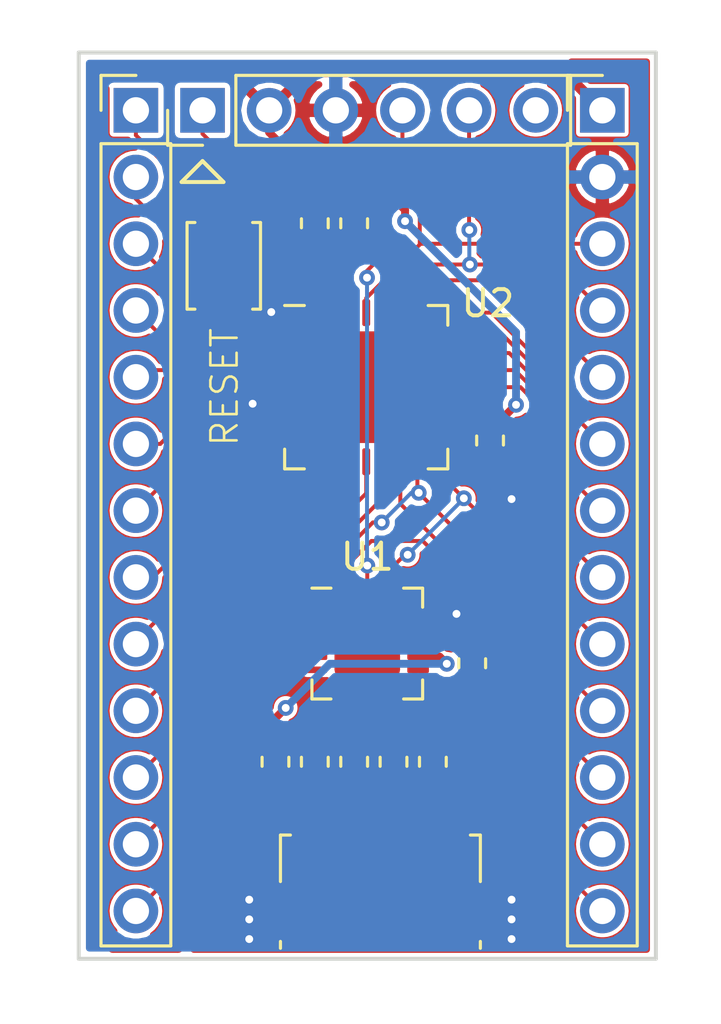
<source format=kicad_pcb>
(kicad_pcb (version 20171130) (host pcbnew 5.0.1-33cea8e~68~ubuntu18.04.1)

  (general
    (thickness 1.6)
    (drawings 5)
    (tracks 230)
    (zones 0)
    (modules 16)
    (nets 46)
  )

  (page A4)
  (layers
    (0 F.Cu signal)
    (31 B.Cu signal)
    (32 B.Adhes user)
    (33 F.Adhes user)
    (34 B.Paste user)
    (35 F.Paste user)
    (36 B.SilkS user)
    (37 F.SilkS user)
    (38 B.Mask user)
    (39 F.Mask user)
    (40 Dwgs.User user)
    (41 Cmts.User user)
    (42 Eco1.User user)
    (43 Eco2.User user)
    (44 Edge.Cuts user)
    (45 Margin user)
    (46 B.CrtYd user)
    (47 F.CrtYd user)
    (48 B.Fab user)
    (49 F.Fab user hide)
  )

  (setup
    (last_trace_width 0.25)
    (user_trace_width 0.15)
    (user_trace_width 0.3)
    (user_trace_width 0.35)
    (user_trace_width 0.4)
    (trace_clearance 0.15)
    (zone_clearance 0.15)
    (zone_45_only no)
    (trace_min 0.15)
    (segment_width 0.2)
    (edge_width 0.15)
    (via_size 0.6)
    (via_drill 0.3)
    (via_min_size 0.6)
    (via_min_drill 0.3)
    (uvia_size 0.3)
    (uvia_drill 0.1)
    (uvias_allowed no)
    (uvia_min_size 0.2)
    (uvia_min_drill 0.1)
    (pcb_text_width 0.3)
    (pcb_text_size 1.5 1.5)
    (mod_edge_width 0.15)
    (mod_text_size 1 1)
    (mod_text_width 0.15)
    (pad_size 1.524 1.524)
    (pad_drill 0.762)
    (pad_to_mask_clearance 0)
    (solder_mask_min_width 0.2)
    (aux_axis_origin 0 0)
    (visible_elements FFFFFF7F)
    (pcbplotparams
      (layerselection 0x010f0_ffffffff)
      (usegerberextensions false)
      (usegerberattributes false)
      (usegerberadvancedattributes false)
      (creategerberjobfile false)
      (excludeedgelayer true)
      (linewidth 0.100000)
      (plotframeref false)
      (viasonmask false)
      (mode 1)
      (useauxorigin false)
      (hpglpennumber 1)
      (hpglpenspeed 20)
      (hpglpendiameter 15.000000)
      (psnegative false)
      (psa4output false)
      (plotreference false)
      (plotvalue true)
      (plotinvisibletext false)
      (padsonsilk false)
      (subtractmaskfromsilk false)
      (outputformat 1)
      (mirror false)
      (drillshape 0)
      (scaleselection 1)
      (outputdirectory "outputs/fab/"))
  )

  (net 0 "")
  (net 1 VCC)
  (net 2 GND)
  (net 3 /RA2)
  (net 4 /RA3)
  (net 5 /RA4)
  (net 6 /RA5)
  (net 7 /RA6)
  (net 8 /RA7)
  (net 9 /RC0)
  (net 10 /RC1)
  (net 11 /RC2)
  (net 12 /RC3)
  (net 13 /RC4)
  (net 14 /RC5)
  (net 15 /RC6)
  (net 16 /RC7)
  (net 17 /RB0)
  (net 18 /RB1)
  (net 19 /RB2)
  (net 20 /RB3)
  (net 21 /RB4)
  (net 22 /RB5)
  (net 23 /RB6)
  (net 24 /RB7)
  (net 25 /RA0)
  (net 26 /RA1)
  (net 27 /RE3)
  (net 28 "Net-(J3-Pad6)")
  (net 29 "Net-(U1-Pad2)")
  (net 30 "Net-(U1-Pad4)")
  (net 31 "Net-(U1-Pad5)")
  (net 32 "Net-(U1-Pad6)")
  (net 33 "Net-(U1-Pad7)")
  (net 34 "Net-(U1-Pad14)")
  (net 35 "Net-(U1-Pad15)")
  (net 36 "Net-(U1-Pad16)")
  (net 37 "Net-(U1-Pad19)")
  (net 38 "Net-(C2-Pad1)")
  (net 39 "Net-(C3-Pad1)")
  (net 40 "Net-(J4-Pad4)")
  (net 41 "Net-(R1-Pad1)")
  (net 42 "Net-(R2-Pad1)")
  (net 43 "Net-(C5-Pad2)")
  (net 44 "Net-(C4-Pad1)")
  (net 45 "Net-(FB1-Pad2)")

  (net_class Default "This is the default net class."
    (clearance 0.15)
    (trace_width 0.25)
    (via_dia 0.6)
    (via_drill 0.3)
    (uvia_dia 0.3)
    (uvia_drill 0.1)
    (add_net /RA0)
    (add_net /RA1)
    (add_net /RA2)
    (add_net /RA3)
    (add_net /RA4)
    (add_net /RA5)
    (add_net /RA6)
    (add_net /RA7)
    (add_net /RB0)
    (add_net /RB1)
    (add_net /RB2)
    (add_net /RB3)
    (add_net /RB4)
    (add_net /RB5)
    (add_net /RB6)
    (add_net /RB7)
    (add_net /RC0)
    (add_net /RC1)
    (add_net /RC2)
    (add_net /RC3)
    (add_net /RC4)
    (add_net /RC5)
    (add_net /RC6)
    (add_net /RC7)
    (add_net /RE3)
    (add_net GND)
    (add_net "Net-(C2-Pad1)")
    (add_net "Net-(C3-Pad1)")
    (add_net "Net-(C4-Pad1)")
    (add_net "Net-(C5-Pad2)")
    (add_net "Net-(FB1-Pad2)")
    (add_net "Net-(J3-Pad6)")
    (add_net "Net-(J4-Pad4)")
    (add_net "Net-(R1-Pad1)")
    (add_net "Net-(R2-Pad1)")
    (add_net "Net-(U1-Pad14)")
    (add_net "Net-(U1-Pad15)")
    (add_net "Net-(U1-Pad16)")
    (add_net "Net-(U1-Pad19)")
    (add_net "Net-(U1-Pad2)")
    (add_net "Net-(U1-Pad4)")
    (add_net "Net-(U1-Pad5)")
    (add_net "Net-(U1-Pad6)")
    (add_net "Net-(U1-Pad7)")
    (add_net VCC)
  )

  (module _PIC18F24K40:SW_SPST_B3U-1000P (layer F.Cu) (tedit 5BD2988A) (tstamp 5BD2E427)
    (at 110.03 82.12 90)
    (descr "Ultra-small-sized Tactile Switch with High Contact Reliability, Top-actuated Model, without Ground Terminal, without Boss")
    (tags "Tactile Switch")
    (path /5BD32462)
    (attr smd)
    (fp_text reference SW1 (at 0 -2.5 90) (layer F.SilkS) hide
      (effects (font (size 1 1) (thickness 0.15)))
    )
    (fp_text value SW_SPST (at 0 2.5 90) (layer F.Fab)
      (effects (font (size 1 1) (thickness 0.15)))
    )
    (fp_text user %R (at 0 -2.5 90) (layer F.Fab)
      (effects (font (size 1 1) (thickness 0.15)))
    )
    (fp_line (start -2.4 1.65) (end 2.4 1.65) (layer F.CrtYd) (width 0.05))
    (fp_line (start 2.4 1.65) (end 2.4 -1.65) (layer F.CrtYd) (width 0.05))
    (fp_line (start 2.4 -1.65) (end -2.4 -1.65) (layer F.CrtYd) (width 0.05))
    (fp_line (start -2.4 -1.65) (end -2.4 1.65) (layer F.CrtYd) (width 0.05))
    (fp_line (start -1.65 1.1) (end -1.65 1.4) (layer F.SilkS) (width 0.12))
    (fp_line (start -1.65 1.4) (end 1.65 1.4) (layer F.SilkS) (width 0.12))
    (fp_line (start 1.65 1.4) (end 1.65 1.1) (layer F.SilkS) (width 0.12))
    (fp_line (start -1.65 -1.1) (end -1.65 -1.4) (layer F.SilkS) (width 0.12))
    (fp_line (start -1.65 -1.4) (end 1.65 -1.4) (layer F.SilkS) (width 0.12))
    (fp_line (start 1.65 -1.4) (end 1.65 -1.1) (layer F.SilkS) (width 0.12))
    (fp_line (start -1.5 -1.25) (end 1.5 -1.25) (layer F.Fab) (width 0.1))
    (fp_line (start 1.5 -1.25) (end 1.5 1.25) (layer F.Fab) (width 0.1))
    (fp_line (start 1.5 1.25) (end -1.5 1.25) (layer F.Fab) (width 0.1))
    (fp_line (start -1.5 1.25) (end -1.5 -1.25) (layer F.Fab) (width 0.1))
    (fp_circle (center 0 0) (end 0.75 0) (layer F.Fab) (width 0.1))
    (pad 1 smd rect (at -1.7 0 90) (size 0.9 1.7) (layers F.Cu F.Paste F.Mask)
      (net 2 GND))
    (pad 2 smd rect (at 1.7 0 90) (size 0.9 1.7) (layers F.Cu F.Paste F.Mask)
      (net 27 /RE3))
    (model ${KIPRJMOD}/libs/packages3d/SW_SPST_B3U-1000P.step
      (at (xyz 0 0 0))
      (scale (xyz 1 1 1))
      (rotate (xyz 0 0 0))
    )
  )

  (module _PIC18F24K40:C_0603_1608Metric_Pad1.05x0.95mm_HandSolder (layer F.Cu) (tedit 5BD299A0) (tstamp 5BD0754E)
    (at 112 101 270)
    (descr "Capacitor SMD 0603 (1608 Metric), square (rectangular) end terminal, IPC_7351 nominal with elongated pad for handsoldering. (Body size source: http://www.tortai-tech.com/upload/download/2011102023233369053.pdf), generated with kicad-footprint-generator")
    (tags "capacitor handsolder")
    (path /5BDDBB02)
    (attr smd)
    (fp_text reference FB1 (at 0 -1.43 270) (layer F.SilkS) hide
      (effects (font (size 1 1) (thickness 0.15)))
    )
    (fp_text value "330 Ohms @ 100MHz " (at 0 1.43 270) (layer F.Fab)
      (effects (font (size 1 1) (thickness 0.15)))
    )
    (fp_line (start -0.8 0.4) (end -0.8 -0.4) (layer F.Fab) (width 0.1))
    (fp_line (start -0.8 -0.4) (end 0.8 -0.4) (layer F.Fab) (width 0.1))
    (fp_line (start 0.8 -0.4) (end 0.8 0.4) (layer F.Fab) (width 0.1))
    (fp_line (start 0.8 0.4) (end -0.8 0.4) (layer F.Fab) (width 0.1))
    (fp_line (start -0.171267 -0.51) (end 0.171267 -0.51) (layer F.SilkS) (width 0.12))
    (fp_line (start -0.171267 0.51) (end 0.171267 0.51) (layer F.SilkS) (width 0.12))
    (fp_line (start -1.65 0.73) (end -1.65 -0.73) (layer F.CrtYd) (width 0.05))
    (fp_line (start -1.65 -0.73) (end 1.65 -0.73) (layer F.CrtYd) (width 0.05))
    (fp_line (start 1.65 -0.73) (end 1.65 0.73) (layer F.CrtYd) (width 0.05))
    (fp_line (start 1.65 0.73) (end -1.65 0.73) (layer F.CrtYd) (width 0.05))
    (fp_text user %R (at 0 0 270) (layer F.Fab)
      (effects (font (size 0.4 0.4) (thickness 0.06)))
    )
    (pad 1 smd roundrect (at -0.875 0 270) (size 1.05 0.95) (layers F.Cu F.Paste F.Mask) (roundrect_rratio 0.25)
      (net 1 VCC))
    (pad 2 smd roundrect (at 0.875 0 270) (size 1.05 0.95) (layers F.Cu F.Paste F.Mask) (roundrect_rratio 0.25)
      (net 45 "Net-(FB1-Pad2)"))
    (model ${KIPRJMOD}/libs/packages3d/C_0603_1608Metric.step
      (at (xyz 0 0 0))
      (scale (xyz 1 1 1))
      (rotate (xyz 0 0 0))
    )
  )

  (module _PIC18F24K40:C_0603_1608Metric_Pad1.05x0.95mm_HandSolder (layer F.Cu) (tedit 5BD299AF) (tstamp 5BE436AA)
    (at 115 80.5 90)
    (descr "Capacitor SMD 0603 (1608 Metric), square (rectangular) end terminal, IPC_7351 nominal with elongated pad for handsoldering. (Body size source: http://www.tortai-tech.com/upload/download/2011102023233369053.pdf), generated with kicad-footprint-generator")
    (tags "capacitor handsolder")
    (path /5BD37906)
    (attr smd)
    (fp_text reference C5 (at 0 -1.43 90) (layer F.SilkS) hide
      (effects (font (size 1 1) (thickness 0.15)))
    )
    (fp_text value 0.1uf (at 0 1.43 90) (layer F.Fab)
      (effects (font (size 1 1) (thickness 0.15)))
    )
    (fp_text user %R (at 0 0 90) (layer F.Fab)
      (effects (font (size 0.4 0.4) (thickness 0.06)))
    )
    (fp_line (start 1.65 0.73) (end -1.65 0.73) (layer F.CrtYd) (width 0.05))
    (fp_line (start 1.65 -0.73) (end 1.65 0.73) (layer F.CrtYd) (width 0.05))
    (fp_line (start -1.65 -0.73) (end 1.65 -0.73) (layer F.CrtYd) (width 0.05))
    (fp_line (start -1.65 0.73) (end -1.65 -0.73) (layer F.CrtYd) (width 0.05))
    (fp_line (start -0.171267 0.51) (end 0.171267 0.51) (layer F.SilkS) (width 0.12))
    (fp_line (start -0.171267 -0.51) (end 0.171267 -0.51) (layer F.SilkS) (width 0.12))
    (fp_line (start 0.8 0.4) (end -0.8 0.4) (layer F.Fab) (width 0.1))
    (fp_line (start 0.8 -0.4) (end 0.8 0.4) (layer F.Fab) (width 0.1))
    (fp_line (start -0.8 -0.4) (end 0.8 -0.4) (layer F.Fab) (width 0.1))
    (fp_line (start -0.8 0.4) (end -0.8 -0.4) (layer F.Fab) (width 0.1))
    (pad 2 smd roundrect (at 0.875 0 90) (size 1.05 0.95) (layers F.Cu F.Paste F.Mask) (roundrect_rratio 0.25)
      (net 43 "Net-(C5-Pad2)"))
    (pad 1 smd roundrect (at -0.875 0 90) (size 1.05 0.95) (layers F.Cu F.Paste F.Mask) (roundrect_rratio 0.25)
      (net 27 /RE3))
    (model ${KIPRJMOD}/libs/packages3d/C_0603_1608Metric.step
      (at (xyz 0 0 0))
      (scale (xyz 1 1 1))
      (rotate (xyz 0 0 0))
    )
  )

  (module _PIC18F24K40:C_0603_1608Metric_Pad1.05x0.95mm_HandSolder (layer F.Cu) (tedit 5BD29992) (tstamp 5BE43699)
    (at 119.5 97.25 90)
    (descr "Capacitor SMD 0603 (1608 Metric), square (rectangular) end terminal, IPC_7351 nominal with elongated pad for handsoldering. (Body size source: http://www.tortai-tech.com/upload/download/2011102023233369053.pdf), generated with kicad-footprint-generator")
    (tags "capacitor handsolder")
    (path /5BD201EF)
    (attr smd)
    (fp_text reference C4 (at 0 1.75 180) (layer F.SilkS) hide
      (effects (font (size 1 1) (thickness 0.15)))
    )
    (fp_text value 0.1uf (at 0 1.43 90) (layer F.Fab)
      (effects (font (size 1 1) (thickness 0.15)))
    )
    (fp_line (start -0.8 0.4) (end -0.8 -0.4) (layer F.Fab) (width 0.1))
    (fp_line (start -0.8 -0.4) (end 0.8 -0.4) (layer F.Fab) (width 0.1))
    (fp_line (start 0.8 -0.4) (end 0.8 0.4) (layer F.Fab) (width 0.1))
    (fp_line (start 0.8 0.4) (end -0.8 0.4) (layer F.Fab) (width 0.1))
    (fp_line (start -0.171267 -0.51) (end 0.171267 -0.51) (layer F.SilkS) (width 0.12))
    (fp_line (start -0.171267 0.51) (end 0.171267 0.51) (layer F.SilkS) (width 0.12))
    (fp_line (start -1.65 0.73) (end -1.65 -0.73) (layer F.CrtYd) (width 0.05))
    (fp_line (start -1.65 -0.73) (end 1.65 -0.73) (layer F.CrtYd) (width 0.05))
    (fp_line (start 1.65 -0.73) (end 1.65 0.73) (layer F.CrtYd) (width 0.05))
    (fp_line (start 1.65 0.73) (end -1.65 0.73) (layer F.CrtYd) (width 0.05))
    (fp_text user %R (at 0 0 90) (layer F.Fab)
      (effects (font (size 0.4 0.4) (thickness 0.06)))
    )
    (pad 1 smd roundrect (at -0.875 0 90) (size 1.05 0.95) (layers F.Cu F.Paste F.Mask) (roundrect_rratio 0.25)
      (net 44 "Net-(C4-Pad1)"))
    (pad 2 smd roundrect (at 0.875 0 90) (size 1.05 0.95) (layers F.Cu F.Paste F.Mask) (roundrect_rratio 0.25)
      (net 2 GND))
    (model ${KIPRJMOD}/libs/packages3d/C_0603_1608Metric.step
      (at (xyz 0 0 0))
      (scale (xyz 1 1 1))
      (rotate (xyz 0 0 0))
    )
  )

  (module _PIC18F24K40:C_0603_1608Metric_Pad1.05x0.95mm_HandSolder (layer F.Cu) (tedit 5BD2999B) (tstamp 5BE43688)
    (at 118 101 90)
    (descr "Capacitor SMD 0603 (1608 Metric), square (rectangular) end terminal, IPC_7351 nominal with elongated pad for handsoldering. (Body size source: http://www.tortai-tech.com/upload/download/2011102023233369053.pdf), generated with kicad-footprint-generator")
    (tags "capacitor handsolder")
    (path /5BD2016B)
    (attr smd)
    (fp_text reference C3 (at 0 -1.43 90) (layer F.SilkS) hide
      (effects (font (size 1 1) (thickness 0.15)))
    )
    (fp_text value 47pf (at 0 1.43 90) (layer F.Fab)
      (effects (font (size 1 1) (thickness 0.15)))
    )
    (fp_text user %R (at 0 0 90) (layer F.Fab)
      (effects (font (size 0.4 0.4) (thickness 0.06)))
    )
    (fp_line (start 1.65 0.73) (end -1.65 0.73) (layer F.CrtYd) (width 0.05))
    (fp_line (start 1.65 -0.73) (end 1.65 0.73) (layer F.CrtYd) (width 0.05))
    (fp_line (start -1.65 -0.73) (end 1.65 -0.73) (layer F.CrtYd) (width 0.05))
    (fp_line (start -1.65 0.73) (end -1.65 -0.73) (layer F.CrtYd) (width 0.05))
    (fp_line (start -0.171267 0.51) (end 0.171267 0.51) (layer F.SilkS) (width 0.12))
    (fp_line (start -0.171267 -0.51) (end 0.171267 -0.51) (layer F.SilkS) (width 0.12))
    (fp_line (start 0.8 0.4) (end -0.8 0.4) (layer F.Fab) (width 0.1))
    (fp_line (start 0.8 -0.4) (end 0.8 0.4) (layer F.Fab) (width 0.1))
    (fp_line (start -0.8 -0.4) (end 0.8 -0.4) (layer F.Fab) (width 0.1))
    (fp_line (start -0.8 0.4) (end -0.8 -0.4) (layer F.Fab) (width 0.1))
    (pad 2 smd roundrect (at 0.875 0 90) (size 1.05 0.95) (layers F.Cu F.Paste F.Mask) (roundrect_rratio 0.25)
      (net 2 GND))
    (pad 1 smd roundrect (at -0.875 0 90) (size 1.05 0.95) (layers F.Cu F.Paste F.Mask) (roundrect_rratio 0.25)
      (net 39 "Net-(C3-Pad1)"))
    (model ${KIPRJMOD}/libs/packages3d/C_0603_1608Metric.step
      (at (xyz 0 0 0))
      (scale (xyz 1 1 1))
      (rotate (xyz 0 0 0))
    )
  )

  (module _PIC18F24K40:C_0603_1608Metric_Pad1.05x0.95mm_HandSolder (layer F.Cu) (tedit 5BD299A3) (tstamp 5BE43677)
    (at 113.5 101 90)
    (descr "Capacitor SMD 0603 (1608 Metric), square (rectangular) end terminal, IPC_7351 nominal with elongated pad for handsoldering. (Body size source: http://www.tortai-tech.com/upload/download/2011102023233369053.pdf), generated with kicad-footprint-generator")
    (tags "capacitor handsolder")
    (path /5BD201A7)
    (attr smd)
    (fp_text reference C2 (at 0 -1.43 90) (layer F.SilkS) hide
      (effects (font (size 1 1) (thickness 0.15)))
    )
    (fp_text value 47pf (at 0 1.43 90) (layer F.Fab)
      (effects (font (size 1 1) (thickness 0.15)))
    )
    (fp_line (start -0.8 0.4) (end -0.8 -0.4) (layer F.Fab) (width 0.1))
    (fp_line (start -0.8 -0.4) (end 0.8 -0.4) (layer F.Fab) (width 0.1))
    (fp_line (start 0.8 -0.4) (end 0.8 0.4) (layer F.Fab) (width 0.1))
    (fp_line (start 0.8 0.4) (end -0.8 0.4) (layer F.Fab) (width 0.1))
    (fp_line (start -0.171267 -0.51) (end 0.171267 -0.51) (layer F.SilkS) (width 0.12))
    (fp_line (start -0.171267 0.51) (end 0.171267 0.51) (layer F.SilkS) (width 0.12))
    (fp_line (start -1.65 0.73) (end -1.65 -0.73) (layer F.CrtYd) (width 0.05))
    (fp_line (start -1.65 -0.73) (end 1.65 -0.73) (layer F.CrtYd) (width 0.05))
    (fp_line (start 1.65 -0.73) (end 1.65 0.73) (layer F.CrtYd) (width 0.05))
    (fp_line (start 1.65 0.73) (end -1.65 0.73) (layer F.CrtYd) (width 0.05))
    (fp_text user %R (at 0 0 90) (layer F.Fab)
      (effects (font (size 0.4 0.4) (thickness 0.06)))
    )
    (pad 1 smd roundrect (at -0.875 0 90) (size 1.05 0.95) (layers F.Cu F.Paste F.Mask) (roundrect_rratio 0.25)
      (net 38 "Net-(C2-Pad1)"))
    (pad 2 smd roundrect (at 0.875 0 90) (size 1.05 0.95) (layers F.Cu F.Paste F.Mask) (roundrect_rratio 0.25)
      (net 2 GND))
    (model ${KIPRJMOD}/libs/packages3d/C_0603_1608Metric.step
      (at (xyz 0 0 0))
      (scale (xyz 1 1 1))
      (rotate (xyz 0 0 0))
    )
  )

  (module _PIC18F24K40:R_0603_1608Metric_Pad1.05x0.95mm_HandSolder (layer F.Cu) (tedit 5BD299AC) (tstamp 5BE434BE)
    (at 113.5 80.5 270)
    (descr "Resistor SMD 0603 (1608 Metric), square (rectangular) end terminal, IPC_7351 nominal with elongated pad for handsoldering. (Body size source: http://www.tortai-tech.com/upload/download/2011102023233369053.pdf), generated with kicad-footprint-generator")
    (tags "resistor handsolder")
    (path /5BD37878)
    (attr smd)
    (fp_text reference R3 (at 0 -1.43 270) (layer F.SilkS) hide
      (effects (font (size 1 1) (thickness 0.15)))
    )
    (fp_text value 10k (at 0 1.43 270) (layer F.Fab)
      (effects (font (size 1 1) (thickness 0.15)))
    )
    (fp_line (start -0.8 0.4) (end -0.8 -0.4) (layer F.Fab) (width 0.1))
    (fp_line (start -0.8 -0.4) (end 0.8 -0.4) (layer F.Fab) (width 0.1))
    (fp_line (start 0.8 -0.4) (end 0.8 0.4) (layer F.Fab) (width 0.1))
    (fp_line (start 0.8 0.4) (end -0.8 0.4) (layer F.Fab) (width 0.1))
    (fp_line (start -0.171267 -0.51) (end 0.171267 -0.51) (layer F.SilkS) (width 0.12))
    (fp_line (start -0.171267 0.51) (end 0.171267 0.51) (layer F.SilkS) (width 0.12))
    (fp_line (start -1.65 0.73) (end -1.65 -0.73) (layer F.CrtYd) (width 0.05))
    (fp_line (start -1.65 -0.73) (end 1.65 -0.73) (layer F.CrtYd) (width 0.05))
    (fp_line (start 1.65 -0.73) (end 1.65 0.73) (layer F.CrtYd) (width 0.05))
    (fp_line (start 1.65 0.73) (end -1.65 0.73) (layer F.CrtYd) (width 0.05))
    (fp_text user %R (at 0 0 270) (layer F.Fab)
      (effects (font (size 0.4 0.4) (thickness 0.06)))
    )
    (pad 1 smd roundrect (at -0.875 0 270) (size 1.05 0.95) (layers F.Cu F.Paste F.Mask) (roundrect_rratio 0.25)
      (net 1 VCC))
    (pad 2 smd roundrect (at 0.875 0 270) (size 1.05 0.95) (layers F.Cu F.Paste F.Mask) (roundrect_rratio 0.25)
      (net 27 /RE3))
    (model ${KIPRJMOD}/libs/packages3d/R_0603_1608Metric.step
      (at (xyz 0 0 0))
      (scale (xyz 1 1 1))
      (rotate (xyz 0 0 0))
    )
  )

  (module _PIC18F24K40:R_0603_1608Metric_Pad1.05x0.95mm_HandSolder (layer F.Cu) (tedit 5BD29995) (tstamp 5BE434AD)
    (at 116.5 101 270)
    (descr "Resistor SMD 0603 (1608 Metric), square (rectangular) end terminal, IPC_7351 nominal with elongated pad for handsoldering. (Body size source: http://www.tortai-tech.com/upload/download/2011102023233369053.pdf), generated with kicad-footprint-generator")
    (tags "resistor handsolder")
    (path /5BD200D4)
    (attr smd)
    (fp_text reference R2 (at 0 -1.43 270) (layer F.SilkS) hide
      (effects (font (size 1 1) (thickness 0.15)))
    )
    (fp_text value 27 (at 0 1.43 270) (layer F.Fab)
      (effects (font (size 1 1) (thickness 0.15)))
    )
    (fp_text user %R (at 0 0 270) (layer F.Fab)
      (effects (font (size 0.4 0.4) (thickness 0.06)))
    )
    (fp_line (start 1.65 0.73) (end -1.65 0.73) (layer F.CrtYd) (width 0.05))
    (fp_line (start 1.65 -0.73) (end 1.65 0.73) (layer F.CrtYd) (width 0.05))
    (fp_line (start -1.65 -0.73) (end 1.65 -0.73) (layer F.CrtYd) (width 0.05))
    (fp_line (start -1.65 0.73) (end -1.65 -0.73) (layer F.CrtYd) (width 0.05))
    (fp_line (start -0.171267 0.51) (end 0.171267 0.51) (layer F.SilkS) (width 0.12))
    (fp_line (start -0.171267 -0.51) (end 0.171267 -0.51) (layer F.SilkS) (width 0.12))
    (fp_line (start 0.8 0.4) (end -0.8 0.4) (layer F.Fab) (width 0.1))
    (fp_line (start 0.8 -0.4) (end 0.8 0.4) (layer F.Fab) (width 0.1))
    (fp_line (start -0.8 -0.4) (end 0.8 -0.4) (layer F.Fab) (width 0.1))
    (fp_line (start -0.8 0.4) (end -0.8 -0.4) (layer F.Fab) (width 0.1))
    (pad 2 smd roundrect (at 0.875 0 270) (size 1.05 0.95) (layers F.Cu F.Paste F.Mask) (roundrect_rratio 0.25)
      (net 39 "Net-(C3-Pad1)"))
    (pad 1 smd roundrect (at -0.875 0 270) (size 1.05 0.95) (layers F.Cu F.Paste F.Mask) (roundrect_rratio 0.25)
      (net 42 "Net-(R2-Pad1)"))
    (model ${KIPRJMOD}/libs/packages3d/R_0603_1608Metric.step
      (at (xyz 0 0 0))
      (scale (xyz 1 1 1))
      (rotate (xyz 0 0 0))
    )
  )

  (module _PIC18F24K40:R_0603_1608Metric_Pad1.05x0.95mm_HandSolder (layer F.Cu) (tedit 5BD29999) (tstamp 5BE43C8A)
    (at 115 101 270)
    (descr "Resistor SMD 0603 (1608 Metric), square (rectangular) end terminal, IPC_7351 nominal with elongated pad for handsoldering. (Body size source: http://www.tortai-tech.com/upload/download/2011102023233369053.pdf), generated with kicad-footprint-generator")
    (tags "resistor handsolder")
    (path /5BD20086)
    (attr smd)
    (fp_text reference R1 (at 0 -1.43 270) (layer F.SilkS) hide
      (effects (font (size 1 1) (thickness 0.15)))
    )
    (fp_text value 27 (at 0 1.43 270) (layer F.Fab)
      (effects (font (size 1 1) (thickness 0.15)))
    )
    (fp_line (start -0.8 0.4) (end -0.8 -0.4) (layer F.Fab) (width 0.1))
    (fp_line (start -0.8 -0.4) (end 0.8 -0.4) (layer F.Fab) (width 0.1))
    (fp_line (start 0.8 -0.4) (end 0.8 0.4) (layer F.Fab) (width 0.1))
    (fp_line (start 0.8 0.4) (end -0.8 0.4) (layer F.Fab) (width 0.1))
    (fp_line (start -0.171267 -0.51) (end 0.171267 -0.51) (layer F.SilkS) (width 0.12))
    (fp_line (start -0.171267 0.51) (end 0.171267 0.51) (layer F.SilkS) (width 0.12))
    (fp_line (start -1.65 0.73) (end -1.65 -0.73) (layer F.CrtYd) (width 0.05))
    (fp_line (start -1.65 -0.73) (end 1.65 -0.73) (layer F.CrtYd) (width 0.05))
    (fp_line (start 1.65 -0.73) (end 1.65 0.73) (layer F.CrtYd) (width 0.05))
    (fp_line (start 1.65 0.73) (end -1.65 0.73) (layer F.CrtYd) (width 0.05))
    (fp_text user %R (at 0 0 270) (layer F.Fab)
      (effects (font (size 0.4 0.4) (thickness 0.06)))
    )
    (pad 1 smd roundrect (at -0.875 0 270) (size 1.05 0.95) (layers F.Cu F.Paste F.Mask) (roundrect_rratio 0.25)
      (net 41 "Net-(R1-Pad1)"))
    (pad 2 smd roundrect (at 0.875 0 270) (size 1.05 0.95) (layers F.Cu F.Paste F.Mask) (roundrect_rratio 0.25)
      (net 38 "Net-(C2-Pad1)"))
    (model ${KIPRJMOD}/libs/packages3d/R_0603_1608Metric.step
      (at (xyz 0 0 0))
      (scale (xyz 1 1 1))
      (rotate (xyz 0 0 0))
    )
  )

  (module _PIC18F24K40:USB_Micro-B_Molex_47346-0001 (layer F.Cu) (tedit 5BD2999E) (tstamp 5BE4348B)
    (at 116 105.5)
    (descr "Micro USB B receptable with flange, bottom-mount, SMD, right-angle (http://www.molex.com/pdm_docs/sd/473460001_sd.pdf)")
    (tags "Micro B USB SMD")
    (path /5BD5C992)
    (attr smd)
    (fp_text reference J4 (at 0 -3.3 180) (layer F.SilkS) hide
      (effects (font (size 1 1) (thickness 0.15)))
    )
    (fp_text value USB_B_Micro (at 0 4.6 180) (layer F.Fab)
      (effects (font (size 1 1) (thickness 0.15)))
    )
    (fp_text user "PCB Edge" (at 0 2.67 180) (layer Dwgs.User)
      (effects (font (size 0.4 0.4) (thickness 0.04)))
    )
    (fp_text user %R (at 0 1.2) (layer F.Fab)
      (effects (font (size 1 1) (thickness 0.15)))
    )
    (fp_line (start 3.81 -1.71) (end 3.43 -1.71) (layer F.SilkS) (width 0.12))
    (fp_line (start 4.6 3.9) (end -4.6 3.9) (layer F.CrtYd) (width 0.05))
    (fp_line (start 4.6 -2.7) (end 4.6 3.9) (layer F.CrtYd) (width 0.05))
    (fp_line (start -4.6 -2.7) (end 4.6 -2.7) (layer F.CrtYd) (width 0.05))
    (fp_line (start -4.6 3.9) (end -4.6 -2.7) (layer F.CrtYd) (width 0.05))
    (fp_line (start 3.75 3.35) (end -3.75 3.35) (layer F.Fab) (width 0.1))
    (fp_line (start 3.75 -1.65) (end 3.75 3.35) (layer F.Fab) (width 0.1))
    (fp_line (start -3.75 -1.65) (end 3.75 -1.65) (layer F.Fab) (width 0.1))
    (fp_line (start -3.75 3.35) (end -3.75 -1.65) (layer F.Fab) (width 0.1))
    (fp_line (start 3.81 2.34) (end 3.81 2.6) (layer F.SilkS) (width 0.12))
    (fp_line (start 3.81 -1.71) (end 3.81 0.06) (layer F.SilkS) (width 0.12))
    (fp_line (start -3.81 -1.71) (end -3.43 -1.71) (layer F.SilkS) (width 0.12))
    (fp_line (start -3.81 0.06) (end -3.81 -1.71) (layer F.SilkS) (width 0.12))
    (fp_line (start -3.81 2.6) (end -3.81 2.34) (layer F.SilkS) (width 0.12))
    (fp_line (start -3.25 2.65) (end 3.25 2.65) (layer F.Fab) (width 0.1))
    (pad 1 smd rect (at -1.3 -1.46) (size 0.45 1.38) (layers F.Cu F.Paste F.Mask)
      (net 45 "Net-(FB1-Pad2)"))
    (pad 2 smd rect (at -0.65 -1.46) (size 0.45 1.38) (layers F.Cu F.Paste F.Mask)
      (net 38 "Net-(C2-Pad1)"))
    (pad 3 smd rect (at 0 -1.46) (size 0.45 1.38) (layers F.Cu F.Paste F.Mask)
      (net 39 "Net-(C3-Pad1)"))
    (pad 4 smd rect (at 0.65 -1.46) (size 0.45 1.38) (layers F.Cu F.Paste F.Mask)
      (net 40 "Net-(J4-Pad4)"))
    (pad 5 smd rect (at 1.3 -1.46) (size 0.45 1.38) (layers F.Cu F.Paste F.Mask)
      (net 2 GND))
    (pad 6 smd rect (at -2.4625 -1.1) (size 1.475 2.1) (layers F.Cu F.Paste F.Mask)
      (net 2 GND))
    (pad 6 smd rect (at 2.4625 -1.1) (size 1.475 2.1) (layers F.Cu F.Paste F.Mask)
      (net 2 GND))
    (pad 6 smd rect (at -2.91 1.2) (size 2.375 1.9) (layers F.Cu F.Paste F.Mask)
      (net 2 GND))
    (pad 6 smd rect (at 2.91 1.2) (size 2.375 1.9) (layers F.Cu F.Paste F.Mask)
      (net 2 GND))
    (pad 6 smd rect (at -0.84 1.2) (size 1.175 1.9) (layers F.Cu F.Paste F.Mask)
      (net 2 GND))
    (pad 6 smd rect (at 0.84 1.2) (size 1.175 1.9) (layers F.Cu F.Paste F.Mask)
      (net 2 GND))
    (model ${KIPRJMOD}/libs/packages3d/USB_Micro-B_Molex_47346-0001.step
      (at (xyz 0 0 0))
      (scale (xyz 1 1 1))
      (rotate (xyz 0 0 0))
    )
  )

  (module _PIC18F24K40:QFN-20-1EP_4x4mm_P0.5mm_EP2.5x2.5mm (layer F.Cu) (tedit 5BD05169) (tstamp 5BD058CC)
    (at 115.5 96.5)
    (descr "QFN, 20 Pin (http://ww1.microchip.com/downloads/en/PackagingSpec/00000049BQ.pdf (Page 274)), generated with kicad-footprint-generator ipc_dfn_qfn_generator.py")
    (tags "QFN DFN_QFN")
    (path /5BD0A57B)
    (attr smd)
    (fp_text reference U1 (at 0 -3.3) (layer F.SilkS)
      (effects (font (size 1 1) (thickness 0.15)))
    )
    (fp_text value FT231XQ (at 0 3.3) (layer F.Fab)
      (effects (font (size 1 1) (thickness 0.15)))
    )
    (fp_line (start 1.385 -2.11) (end 2.11 -2.11) (layer F.SilkS) (width 0.12))
    (fp_line (start 2.11 -2.11) (end 2.11 -1.385) (layer F.SilkS) (width 0.12))
    (fp_line (start -1.385 2.11) (end -2.11 2.11) (layer F.SilkS) (width 0.12))
    (fp_line (start -2.11 2.11) (end -2.11 1.385) (layer F.SilkS) (width 0.12))
    (fp_line (start 1.385 2.11) (end 2.11 2.11) (layer F.SilkS) (width 0.12))
    (fp_line (start 2.11 2.11) (end 2.11 1.385) (layer F.SilkS) (width 0.12))
    (fp_line (start -1.385 -2.11) (end -2.11 -2.11) (layer F.SilkS) (width 0.12))
    (fp_line (start -1 -2) (end 2 -2) (layer F.Fab) (width 0.1))
    (fp_line (start 2 -2) (end 2 2) (layer F.Fab) (width 0.1))
    (fp_line (start 2 2) (end -2 2) (layer F.Fab) (width 0.1))
    (fp_line (start -2 2) (end -2 -1) (layer F.Fab) (width 0.1))
    (fp_line (start -2 -1) (end -1 -2) (layer F.Fab) (width 0.1))
    (fp_line (start -2.6 -2.6) (end -2.6 2.6) (layer F.CrtYd) (width 0.05))
    (fp_line (start -2.6 2.6) (end 2.6 2.6) (layer F.CrtYd) (width 0.05))
    (fp_line (start 2.6 2.6) (end 2.6 -2.6) (layer F.CrtYd) (width 0.05))
    (fp_line (start 2.6 -2.6) (end -2.6 -2.6) (layer F.CrtYd) (width 0.05))
    (fp_text user %R (at 0 0) (layer F.Fab)
      (effects (font (size 1 1) (thickness 0.15)))
    )
    (pad 21 smd roundrect (at 0 0) (size 2.5 2.5) (layers F.Cu F.Mask) (roundrect_rratio 0.1)
      (net 2 GND))
    (pad "" smd roundrect (at -0.625 -0.625) (size 1.01 1.01) (layers F.Paste) (roundrect_rratio 0.247525))
    (pad "" smd roundrect (at -0.625 0.625) (size 1.01 1.01) (layers F.Paste) (roundrect_rratio 0.247525))
    (pad "" smd roundrect (at 0.625 -0.625) (size 1.01 1.01) (layers F.Paste) (roundrect_rratio 0.247525))
    (pad "" smd roundrect (at 0.625 0.625) (size 1.01 1.01) (layers F.Paste) (roundrect_rratio 0.247525))
    (pad 1 smd roundrect (at -1.9375 -1) (size 0.825 0.25) (layers F.Cu F.Paste F.Mask) (roundrect_rratio 0.25)
      (net 15 /RC6))
    (pad 2 smd roundrect (at -1.9375 -0.5) (size 0.825 0.25) (layers F.Cu F.Paste F.Mask) (roundrect_rratio 0.25)
      (net 29 "Net-(U1-Pad2)"))
    (pad 3 smd roundrect (at -1.9375 0) (size 0.825 0.25) (layers F.Cu F.Paste F.Mask) (roundrect_rratio 0.25)
      (net 2 GND))
    (pad 4 smd roundrect (at -1.9375 0.5) (size 0.825 0.25) (layers F.Cu F.Paste F.Mask) (roundrect_rratio 0.25)
      (net 30 "Net-(U1-Pad4)"))
    (pad 5 smd roundrect (at -1.9375 1) (size 0.825 0.25) (layers F.Cu F.Paste F.Mask) (roundrect_rratio 0.25)
      (net 31 "Net-(U1-Pad5)"))
    (pad 6 smd roundrect (at -1 1.9375) (size 0.25 0.825) (layers F.Cu F.Paste F.Mask) (roundrect_rratio 0.25)
      (net 32 "Net-(U1-Pad6)"))
    (pad 7 smd roundrect (at -0.5 1.9375) (size 0.25 0.825) (layers F.Cu F.Paste F.Mask) (roundrect_rratio 0.25)
      (net 33 "Net-(U1-Pad7)"))
    (pad 8 smd roundrect (at 0 1.9375) (size 0.25 0.825) (layers F.Cu F.Paste F.Mask) (roundrect_rratio 0.25)
      (net 42 "Net-(R2-Pad1)"))
    (pad 9 smd roundrect (at 0.5 1.9375) (size 0.25 0.825) (layers F.Cu F.Paste F.Mask) (roundrect_rratio 0.25)
      (net 41 "Net-(R1-Pad1)"))
    (pad 10 smd roundrect (at 1 1.9375) (size 0.25 0.825) (layers F.Cu F.Paste F.Mask) (roundrect_rratio 0.25)
      (net 44 "Net-(C4-Pad1)"))
    (pad 11 smd roundrect (at 1.9375 1) (size 0.825 0.25) (layers F.Cu F.Paste F.Mask) (roundrect_rratio 0.25)
      (net 44 "Net-(C4-Pad1)"))
    (pad 12 smd roundrect (at 1.9375 0.5) (size 0.825 0.25) (layers F.Cu F.Paste F.Mask) (roundrect_rratio 0.25)
      (net 1 VCC))
    (pad 13 smd roundrect (at 1.9375 0) (size 0.825 0.25) (layers F.Cu F.Paste F.Mask) (roundrect_rratio 0.25)
      (net 2 GND))
    (pad 14 smd roundrect (at 1.9375 -0.5) (size 0.825 0.25) (layers F.Cu F.Paste F.Mask) (roundrect_rratio 0.25)
      (net 34 "Net-(U1-Pad14)"))
    (pad 15 smd roundrect (at 1.9375 -1) (size 0.825 0.25) (layers F.Cu F.Paste F.Mask) (roundrect_rratio 0.25)
      (net 35 "Net-(U1-Pad15)"))
    (pad 16 smd roundrect (at 1 -1.9375) (size 0.25 0.825) (layers F.Cu F.Paste F.Mask) (roundrect_rratio 0.25)
      (net 36 "Net-(U1-Pad16)"))
    (pad 17 smd roundrect (at 0.5 -1.9375) (size 0.25 0.825) (layers F.Cu F.Paste F.Mask) (roundrect_rratio 0.25)
      (net 16 /RC7))
    (pad 18 smd roundrect (at 0 -1.9375) (size 0.25 0.825) (layers F.Cu F.Paste F.Mask) (roundrect_rratio 0.25)
      (net 43 "Net-(C5-Pad2)"))
    (pad 19 smd roundrect (at -0.5 -1.9375) (size 0.25 0.825) (layers F.Cu F.Paste F.Mask) (roundrect_rratio 0.25)
      (net 37 "Net-(U1-Pad19)"))
    (pad 20 smd roundrect (at -1 -1.9375) (size 0.25 0.825) (layers F.Cu F.Paste F.Mask) (roundrect_rratio 0.25)
      (net 44 "Net-(C4-Pad1)"))
    (model ${KIPRJMOD}/libs/packages3d/QFN-20-1EP_4x4mm_P0.5mm_EP2.5x2.5mm.step
      (at (xyz 0 0 0))
      (scale (xyz 1 1 1))
      (rotate (xyz 0 0 0))
    )
  )

  (module _PIC18F24K40:PinHeader_1x06_P2.54mm_Vertical (layer F.Cu) (tedit 5BD299B3) (tstamp 5BD0A53A)
    (at 109.22 76.2 90)
    (descr "Through hole straight pin header, 1x06, 2.54mm pitch, single row")
    (tags "Through hole pin header THT 1x06 2.54mm single row")
    (path /5BD34F36)
    (fp_text reference J3 (at 0 -2.33 90) (layer F.SilkS) hide
      (effects (font (size 1 1) (thickness 0.15)))
    )
    (fp_text value ICSP (at 0 15.03 90) (layer F.Fab)
      (effects (font (size 1 1) (thickness 0.15)))
    )
    (fp_text user %R (at 0 6.35 180) (layer F.Fab)
      (effects (font (size 1 1) (thickness 0.15)))
    )
    (fp_line (start 1.8 -1.8) (end -1.8 -1.8) (layer F.CrtYd) (width 0.05))
    (fp_line (start 1.8 14.5) (end 1.8 -1.8) (layer F.CrtYd) (width 0.05))
    (fp_line (start -1.8 14.5) (end 1.8 14.5) (layer F.CrtYd) (width 0.05))
    (fp_line (start -1.8 -1.8) (end -1.8 14.5) (layer F.CrtYd) (width 0.05))
    (fp_line (start -1.33 -1.33) (end 0 -1.33) (layer F.SilkS) (width 0.12))
    (fp_line (start -1.33 0) (end -1.33 -1.33) (layer F.SilkS) (width 0.12))
    (fp_line (start -1.33 1.27) (end 1.33 1.27) (layer F.SilkS) (width 0.12))
    (fp_line (start 1.33 1.27) (end 1.33 14.03) (layer F.SilkS) (width 0.12))
    (fp_line (start -1.33 1.27) (end -1.33 14.03) (layer F.SilkS) (width 0.12))
    (fp_line (start -1.33 14.03) (end 1.33 14.03) (layer F.SilkS) (width 0.12))
    (fp_line (start -1.27 -0.635) (end -0.635 -1.27) (layer F.Fab) (width 0.1))
    (fp_line (start -1.27 13.97) (end -1.27 -0.635) (layer F.Fab) (width 0.1))
    (fp_line (start 1.27 13.97) (end -1.27 13.97) (layer F.Fab) (width 0.1))
    (fp_line (start 1.27 -1.27) (end 1.27 13.97) (layer F.Fab) (width 0.1))
    (fp_line (start -0.635 -1.27) (end 1.27 -1.27) (layer F.Fab) (width 0.1))
    (fp_line (start -2.73 -0.54) (end -2.73 0.8) (layer F.SilkS) (width 0.15))
    (fp_line (start -2.73 0.8) (end -1.93 0) (layer F.SilkS) (width 0.15))
    (fp_line (start -1.93 0) (end -2.73 -0.8) (layer F.SilkS) (width 0.15))
    (fp_line (start -2.73 -0.8) (end -2.73 -0.53) (layer F.SilkS) (width 0.15))
    (pad 6 thru_hole oval (at 0 12.7 90) (size 1.7 1.7) (drill 1) (layers *.Cu *.Mask)
      (net 28 "Net-(J3-Pad6)"))
    (pad 5 thru_hole oval (at 0 10.16 90) (size 1.7 1.7) (drill 1) (layers *.Cu *.Mask)
      (net 23 /RB6))
    (pad 4 thru_hole oval (at 0 7.62 90) (size 1.7 1.7) (drill 1) (layers *.Cu *.Mask)
      (net 24 /RB7))
    (pad 3 thru_hole oval (at 0 5.08 90) (size 1.7 1.7) (drill 1) (layers *.Cu *.Mask)
      (net 2 GND))
    (pad 2 thru_hole oval (at 0 2.54 90) (size 1.7 1.7) (drill 1) (layers *.Cu *.Mask)
      (net 1 VCC))
    (pad 1 thru_hole rect (at 0 0 90) (size 1.7 1.7) (drill 1) (layers *.Cu *.Mask)
      (net 27 /RE3))
    (model ${KIPRJMOD}/libs/packages3d/PinHeader_1x06_P2.54mm_Vertical.step
      (at (xyz 0 0 0))
      (scale (xyz 1 1 1))
      (rotate (xyz 0 0 0))
    )
  )

  (module _PIC18F24K40:C_0603_1608Metric_Pad1.05x0.95mm_HandSolder (layer F.Cu) (tedit 5BD299AA) (tstamp 5BD094B0)
    (at 120.18 88.77 270)
    (descr "Capacitor SMD 0603 (1608 Metric), square (rectangular) end terminal, IPC_7351 nominal with elongated pad for handsoldering. (Body size source: http://www.tortai-tech.com/upload/download/2011102023233369053.pdf), generated with kicad-footprint-generator")
    (tags "capacitor handsolder")
    (path /5BD236CD)
    (attr smd)
    (fp_text reference C1 (at 2.58 -0.06) (layer F.SilkS) hide
      (effects (font (size 1 1) (thickness 0.15)))
    )
    (fp_text value 0.1uf (at 0 1.43 270) (layer F.Fab)
      (effects (font (size 1 1) (thickness 0.15)))
    )
    (fp_line (start -0.8 0.4) (end -0.8 -0.4) (layer F.Fab) (width 0.1))
    (fp_line (start -0.8 -0.4) (end 0.8 -0.4) (layer F.Fab) (width 0.1))
    (fp_line (start 0.8 -0.4) (end 0.8 0.4) (layer F.Fab) (width 0.1))
    (fp_line (start 0.8 0.4) (end -0.8 0.4) (layer F.Fab) (width 0.1))
    (fp_line (start -0.171267 -0.51) (end 0.171267 -0.51) (layer F.SilkS) (width 0.12))
    (fp_line (start -0.171267 0.51) (end 0.171267 0.51) (layer F.SilkS) (width 0.12))
    (fp_line (start -1.65 0.73) (end -1.65 -0.73) (layer F.CrtYd) (width 0.05))
    (fp_line (start -1.65 -0.73) (end 1.65 -0.73) (layer F.CrtYd) (width 0.05))
    (fp_line (start 1.65 -0.73) (end 1.65 0.73) (layer F.CrtYd) (width 0.05))
    (fp_line (start 1.65 0.73) (end -1.65 0.73) (layer F.CrtYd) (width 0.05))
    (fp_text user %R (at 0 0 270) (layer F.Fab)
      (effects (font (size 0.4 0.4) (thickness 0.06)))
    )
    (pad 1 smd roundrect (at -0.875 0 270) (size 1.05 0.95) (layers F.Cu F.Paste F.Mask) (roundrect_rratio 0.25)
      (net 1 VCC))
    (pad 2 smd roundrect (at 0.875 0 270) (size 1.05 0.95) (layers F.Cu F.Paste F.Mask) (roundrect_rratio 0.25)
      (net 2 GND))
    (model ${KIPRJMOD}/libs/packages3d/C_0603_1608Metric.step
      (at (xyz 0 0 0))
      (scale (xyz 1 1 1))
      (rotate (xyz 0 0 0))
    )
  )

  (module _PIC18F24K40:PinHeader_1x13_P2.54mm_Vertical (layer F.Cu) (tedit 5BD299B9) (tstamp 5BD084DA)
    (at 124.46 76.2)
    (descr "Through hole straight pin header, 1x13, 2.54mm pitch, single row")
    (tags "Through hole pin header THT 1x13 2.54mm single row")
    (path /5BD14518)
    (fp_text reference J2 (at 0 -2.33) (layer F.SilkS) hide
      (effects (font (size 1 1) (thickness 0.15)))
    )
    (fp_text value Conn_01x13 (at 0 32.81) (layer F.Fab)
      (effects (font (size 1 1) (thickness 0.15)))
    )
    (fp_line (start -0.635 -1.27) (end 1.27 -1.27) (layer F.Fab) (width 0.1))
    (fp_line (start 1.27 -1.27) (end 1.27 31.75) (layer F.Fab) (width 0.1))
    (fp_line (start 1.27 31.75) (end -1.27 31.75) (layer F.Fab) (width 0.1))
    (fp_line (start -1.27 31.75) (end -1.27 -0.635) (layer F.Fab) (width 0.1))
    (fp_line (start -1.27 -0.635) (end -0.635 -1.27) (layer F.Fab) (width 0.1))
    (fp_line (start -1.33 31.81) (end 1.33 31.81) (layer F.SilkS) (width 0.12))
    (fp_line (start -1.33 1.27) (end -1.33 31.81) (layer F.SilkS) (width 0.12))
    (fp_line (start 1.33 1.27) (end 1.33 31.81) (layer F.SilkS) (width 0.12))
    (fp_line (start -1.33 1.27) (end 1.33 1.27) (layer F.SilkS) (width 0.12))
    (fp_line (start -1.33 0) (end -1.33 -1.33) (layer F.SilkS) (width 0.12))
    (fp_line (start -1.33 -1.33) (end 0 -1.33) (layer F.SilkS) (width 0.12))
    (fp_line (start -1.8 -1.8) (end -1.8 32.25) (layer F.CrtYd) (width 0.05))
    (fp_line (start -1.8 32.25) (end 1.8 32.25) (layer F.CrtYd) (width 0.05))
    (fp_line (start 1.8 32.25) (end 1.8 -1.8) (layer F.CrtYd) (width 0.05))
    (fp_line (start 1.8 -1.8) (end -1.8 -1.8) (layer F.CrtYd) (width 0.05))
    (fp_text user %R (at 0 15.24 90) (layer F.Fab)
      (effects (font (size 1 1) (thickness 0.15)))
    )
    (pad 1 thru_hole rect (at 0 0) (size 1.7 1.7) (drill 1) (layers *.Cu *.Mask)
      (net 1 VCC))
    (pad 2 thru_hole oval (at 0 2.54) (size 1.7 1.7) (drill 1) (layers *.Cu *.Mask)
      (net 2 GND))
    (pad 3 thru_hole oval (at 0 5.08) (size 1.7 1.7) (drill 1) (layers *.Cu *.Mask)
      (net 24 /RB7))
    (pad 4 thru_hole oval (at 0 7.62) (size 1.7 1.7) (drill 1) (layers *.Cu *.Mask)
      (net 23 /RB6))
    (pad 5 thru_hole oval (at 0 10.16) (size 1.7 1.7) (drill 1) (layers *.Cu *.Mask)
      (net 22 /RB5))
    (pad 6 thru_hole oval (at 0 12.7) (size 1.7 1.7) (drill 1) (layers *.Cu *.Mask)
      (net 21 /RB4))
    (pad 7 thru_hole oval (at 0 15.24) (size 1.7 1.7) (drill 1) (layers *.Cu *.Mask)
      (net 20 /RB3))
    (pad 8 thru_hole oval (at 0 17.78) (size 1.7 1.7) (drill 1) (layers *.Cu *.Mask)
      (net 19 /RB2))
    (pad 9 thru_hole oval (at 0 20.32) (size 1.7 1.7) (drill 1) (layers *.Cu *.Mask)
      (net 18 /RB1))
    (pad 10 thru_hole oval (at 0 22.86) (size 1.7 1.7) (drill 1) (layers *.Cu *.Mask)
      (net 17 /RB0))
    (pad 11 thru_hole oval (at 0 25.4) (size 1.7 1.7) (drill 1) (layers *.Cu *.Mask)
      (net 16 /RC7))
    (pad 12 thru_hole oval (at 0 27.94) (size 1.7 1.7) (drill 1) (layers *.Cu *.Mask)
      (net 15 /RC6))
    (pad 13 thru_hole oval (at 0 30.48) (size 1.7 1.7) (drill 1) (layers *.Cu *.Mask)
      (net 14 /RC5))
    (model ${KIPRJMOD}/libs/packages3d/PinHeader_1x13_P2.54mm_Vertical.step-
      (offset (xyz 0 0 -1.5))
      (scale (xyz 1 1 1))
      (rotate (xyz 0 180 0))
    )
    (model ${KIPRJMOD}/libs/packages3d/PinSocket_1x13_P2.54mm_Vertical.step
      (at (xyz 0 0 0))
      (scale (xyz 1 1 1))
      (rotate (xyz 0 0 0))
    )
  )

  (module _PIC18F24K40:PinHeader_1x13_P2.54mm_Vertical (layer F.Cu) (tedit 5BD299B6) (tstamp 5BD084BA)
    (at 106.68 76.2)
    (descr "Through hole straight pin header, 1x13, 2.54mm pitch, single row")
    (tags "Through hole pin header THT 1x13 2.54mm single row")
    (path /5BD10226)
    (fp_text reference J1 (at 0 -2.33) (layer F.SilkS) hide
      (effects (font (size 1 1) (thickness 0.15)))
    )
    (fp_text value Conn_01x13 (at 0 32.81) (layer F.Fab)
      (effects (font (size 1 1) (thickness 0.15)))
    )
    (fp_text user %R (at 0 15.24 90) (layer F.Fab)
      (effects (font (size 1 1) (thickness 0.15)))
    )
    (fp_line (start 1.8 -1.8) (end -1.8 -1.8) (layer F.CrtYd) (width 0.05))
    (fp_line (start 1.8 32.25) (end 1.8 -1.8) (layer F.CrtYd) (width 0.05))
    (fp_line (start -1.8 32.25) (end 1.8 32.25) (layer F.CrtYd) (width 0.05))
    (fp_line (start -1.8 -1.8) (end -1.8 32.25) (layer F.CrtYd) (width 0.05))
    (fp_line (start -1.33 -1.33) (end 0 -1.33) (layer F.SilkS) (width 0.12))
    (fp_line (start -1.33 0) (end -1.33 -1.33) (layer F.SilkS) (width 0.12))
    (fp_line (start -1.33 1.27) (end 1.33 1.27) (layer F.SilkS) (width 0.12))
    (fp_line (start 1.33 1.27) (end 1.33 31.81) (layer F.SilkS) (width 0.12))
    (fp_line (start -1.33 1.27) (end -1.33 31.81) (layer F.SilkS) (width 0.12))
    (fp_line (start -1.33 31.81) (end 1.33 31.81) (layer F.SilkS) (width 0.12))
    (fp_line (start -1.27 -0.635) (end -0.635 -1.27) (layer F.Fab) (width 0.1))
    (fp_line (start -1.27 31.75) (end -1.27 -0.635) (layer F.Fab) (width 0.1))
    (fp_line (start 1.27 31.75) (end -1.27 31.75) (layer F.Fab) (width 0.1))
    (fp_line (start 1.27 -1.27) (end 1.27 31.75) (layer F.Fab) (width 0.1))
    (fp_line (start -0.635 -1.27) (end 1.27 -1.27) (layer F.Fab) (width 0.1))
    (pad 13 thru_hole oval (at 0 30.48) (size 1.7 1.7) (drill 1) (layers *.Cu *.Mask)
      (net 13 /RC4))
    (pad 12 thru_hole oval (at 0 27.94) (size 1.7 1.7) (drill 1) (layers *.Cu *.Mask)
      (net 12 /RC3))
    (pad 11 thru_hole oval (at 0 25.4) (size 1.7 1.7) (drill 1) (layers *.Cu *.Mask)
      (net 11 /RC2))
    (pad 10 thru_hole oval (at 0 22.86) (size 1.7 1.7) (drill 1) (layers *.Cu *.Mask)
      (net 10 /RC1))
    (pad 9 thru_hole oval (at 0 20.32) (size 1.7 1.7) (drill 1) (layers *.Cu *.Mask)
      (net 9 /RC0))
    (pad 8 thru_hole oval (at 0 17.78) (size 1.7 1.7) (drill 1) (layers *.Cu *.Mask)
      (net 8 /RA7))
    (pad 7 thru_hole oval (at 0 15.24) (size 1.7 1.7) (drill 1) (layers *.Cu *.Mask)
      (net 7 /RA6))
    (pad 6 thru_hole oval (at 0 12.7) (size 1.7 1.7) (drill 1) (layers *.Cu *.Mask)
      (net 6 /RA5))
    (pad 5 thru_hole oval (at 0 10.16) (size 1.7 1.7) (drill 1) (layers *.Cu *.Mask)
      (net 5 /RA4))
    (pad 4 thru_hole oval (at 0 7.62) (size 1.7 1.7) (drill 1) (layers *.Cu *.Mask)
      (net 4 /RA3))
    (pad 3 thru_hole oval (at 0 5.08) (size 1.7 1.7) (drill 1) (layers *.Cu *.Mask)
      (net 3 /RA2))
    (pad 2 thru_hole oval (at 0 2.54) (size 1.7 1.7) (drill 1) (layers *.Cu *.Mask)
      (net 26 /RA1))
    (pad 1 thru_hole rect (at 0 0) (size 1.7 1.7) (drill 1) (layers *.Cu *.Mask)
      (net 25 /RA0))
    (model ${KIPRJMOD}/libs/packages3d/PinHeader_1x13_P2.54mm_Vertical.step-
      (offset (xyz 0 0 -1.5))
      (scale (xyz 1 1 1))
      (rotate (xyz 0 180 0))
    )
    (model ${KIPRJMOD}/libs/packages3d/PinSocket_1x13_P2.54mm_Vertical.step
      (at (xyz 0 0 0))
      (scale (xyz 1 1 1))
      (rotate (xyz 0 0 0))
    )
  )

  (module _PIC18F24K40:QFN-28-1EP_6x6mm_P0.65mm_EP4.25x4.25mm (layer F.Cu) (tedit 5BCEEB1C) (tstamp 5BD2EFE9)
    (at 115.46 86.74)
    (descr "QFN, 28 Pin (http://ww1.microchip.com/downloads/en/PackagingSpec/00000049BQ.pdf (Page 289)), generated with kicad-footprint-generator ipc_dfn_qfn_generator.py")
    (tags "QFN DFN_QFN")
    (path /5BCEFCE3)
    (attr smd)
    (fp_text reference U2 (at 4.64 -3.19) (layer F.SilkS)
      (effects (font (size 1 1) (thickness 0.15)))
    )
    (fp_text value PIC18F24K40-I_ML (at 0 4.3) (layer F.Fab)
      (effects (font (size 1 1) (thickness 0.15)))
    )
    (fp_text user %R (at 0 0) (layer F.Fab)
      (effects (font (size 1 1) (thickness 0.15)))
    )
    (fp_line (start 3.6 -3.6) (end -3.6 -3.6) (layer F.CrtYd) (width 0.05))
    (fp_line (start 3.6 3.6) (end 3.6 -3.6) (layer F.CrtYd) (width 0.05))
    (fp_line (start -3.6 3.6) (end 3.6 3.6) (layer F.CrtYd) (width 0.05))
    (fp_line (start -3.6 -3.6) (end -3.6 3.6) (layer F.CrtYd) (width 0.05))
    (fp_line (start -3 -2) (end -2 -3) (layer F.Fab) (width 0.1))
    (fp_line (start -3 3) (end -3 -2) (layer F.Fab) (width 0.1))
    (fp_line (start 3 3) (end -3 3) (layer F.Fab) (width 0.1))
    (fp_line (start 3 -3) (end 3 3) (layer F.Fab) (width 0.1))
    (fp_line (start -2 -3) (end 3 -3) (layer F.Fab) (width 0.1))
    (fp_line (start -2.36 -3.11) (end -3.11 -3.11) (layer F.SilkS) (width 0.12))
    (fp_line (start 3.11 3.11) (end 3.11 2.36) (layer F.SilkS) (width 0.12))
    (fp_line (start 2.36 3.11) (end 3.11 3.11) (layer F.SilkS) (width 0.12))
    (fp_line (start -3.11 3.11) (end -3.11 2.36) (layer F.SilkS) (width 0.12))
    (fp_line (start -2.36 3.11) (end -3.11 3.11) (layer F.SilkS) (width 0.12))
    (fp_line (start 3.11 -3.11) (end 3.11 -2.36) (layer F.SilkS) (width 0.12))
    (fp_line (start 2.36 -3.11) (end 3.11 -3.11) (layer F.SilkS) (width 0.12))
    (pad 28 smd roundrect (at -1.95 -2.8375) (size 0.3 1.025) (layers F.Cu F.Paste F.Mask) (roundrect_rratio 0.25)
      (net 26 /RA1))
    (pad 27 smd roundrect (at -1.3 -2.8375) (size 0.3 1.025) (layers F.Cu F.Paste F.Mask) (roundrect_rratio 0.25)
      (net 25 /RA0))
    (pad 26 smd roundrect (at -0.65 -2.8375) (size 0.3 1.025) (layers F.Cu F.Paste F.Mask) (roundrect_rratio 0.25)
      (net 27 /RE3))
    (pad 25 smd roundrect (at 0 -2.8375) (size 0.3 1.025) (layers F.Cu F.Paste F.Mask) (roundrect_rratio 0.25)
      (net 24 /RB7))
    (pad 24 smd roundrect (at 0.65 -2.8375) (size 0.3 1.025) (layers F.Cu F.Paste F.Mask) (roundrect_rratio 0.25)
      (net 23 /RB6))
    (pad 23 smd roundrect (at 1.3 -2.8375) (size 0.3 1.025) (layers F.Cu F.Paste F.Mask) (roundrect_rratio 0.25)
      (net 22 /RB5))
    (pad 22 smd roundrect (at 1.95 -2.8375) (size 0.3 1.025) (layers F.Cu F.Paste F.Mask) (roundrect_rratio 0.25)
      (net 21 /RB4))
    (pad 21 smd roundrect (at 2.8375 -1.95) (size 1.025 0.3) (layers F.Cu F.Paste F.Mask) (roundrect_rratio 0.25)
      (net 20 /RB3))
    (pad 20 smd roundrect (at 2.8375 -1.3) (size 1.025 0.3) (layers F.Cu F.Paste F.Mask) (roundrect_rratio 0.25)
      (net 19 /RB2))
    (pad 19 smd roundrect (at 2.8375 -0.65) (size 1.025 0.3) (layers F.Cu F.Paste F.Mask) (roundrect_rratio 0.25)
      (net 18 /RB1))
    (pad 18 smd roundrect (at 2.8375 0) (size 1.025 0.3) (layers F.Cu F.Paste F.Mask) (roundrect_rratio 0.25)
      (net 17 /RB0))
    (pad 17 smd roundrect (at 2.8375 0.65) (size 1.025 0.3) (layers F.Cu F.Paste F.Mask) (roundrect_rratio 0.25)
      (net 1 VCC))
    (pad 16 smd roundrect (at 2.8375 1.3) (size 1.025 0.3) (layers F.Cu F.Paste F.Mask) (roundrect_rratio 0.25)
      (net 2 GND))
    (pad 15 smd roundrect (at 2.8375 1.95) (size 1.025 0.3) (layers F.Cu F.Paste F.Mask) (roundrect_rratio 0.25)
      (net 16 /RC7))
    (pad 14 smd roundrect (at 1.95 2.8375) (size 0.3 1.025) (layers F.Cu F.Paste F.Mask) (roundrect_rratio 0.25)
      (net 15 /RC6))
    (pad 13 smd roundrect (at 1.3 2.8375) (size 0.3 1.025) (layers F.Cu F.Paste F.Mask) (roundrect_rratio 0.25)
      (net 14 /RC5))
    (pad 12 smd roundrect (at 0.65 2.8375) (size 0.3 1.025) (layers F.Cu F.Paste F.Mask) (roundrect_rratio 0.25)
      (net 13 /RC4))
    (pad 11 smd roundrect (at 0 2.8375) (size 0.3 1.025) (layers F.Cu F.Paste F.Mask) (roundrect_rratio 0.25)
      (net 12 /RC3))
    (pad 10 smd roundrect (at -0.65 2.8375) (size 0.3 1.025) (layers F.Cu F.Paste F.Mask) (roundrect_rratio 0.25)
      (net 11 /RC2))
    (pad 9 smd roundrect (at -1.3 2.8375) (size 0.3 1.025) (layers F.Cu F.Paste F.Mask) (roundrect_rratio 0.25)
      (net 10 /RC1))
    (pad 8 smd roundrect (at -1.95 2.8375) (size 0.3 1.025) (layers F.Cu F.Paste F.Mask) (roundrect_rratio 0.25)
      (net 9 /RC0))
    (pad 7 smd roundrect (at -2.8375 1.95) (size 1.025 0.3) (layers F.Cu F.Paste F.Mask) (roundrect_rratio 0.25)
      (net 8 /RA7))
    (pad 6 smd roundrect (at -2.8375 1.3) (size 1.025 0.3) (layers F.Cu F.Paste F.Mask) (roundrect_rratio 0.25)
      (net 7 /RA6))
    (pad 5 smd roundrect (at -2.8375 0.65) (size 1.025 0.3) (layers F.Cu F.Paste F.Mask) (roundrect_rratio 0.25)
      (net 2 GND))
    (pad 4 smd roundrect (at -2.8375 0) (size 1.025 0.3) (layers F.Cu F.Paste F.Mask) (roundrect_rratio 0.25)
      (net 6 /RA5))
    (pad 3 smd roundrect (at -2.8375 -0.65) (size 1.025 0.3) (layers F.Cu F.Paste F.Mask) (roundrect_rratio 0.25)
      (net 5 /RA4))
    (pad 2 smd roundrect (at -2.8375 -1.3) (size 1.025 0.3) (layers F.Cu F.Paste F.Mask) (roundrect_rratio 0.25)
      (net 4 /RA3))
    (pad 1 smd roundrect (at -2.8375 -1.95) (size 1.025 0.3) (layers F.Cu F.Paste F.Mask) (roundrect_rratio 0.25)
      (net 3 /RA2))
    (pad "" smd roundrect (at 1.42 1.42) (size 1.14 1.14) (layers F.Paste) (roundrect_rratio 0.219298))
    (pad "" smd roundrect (at 1.42 0) (size 1.14 1.14) (layers F.Paste) (roundrect_rratio 0.219298))
    (pad "" smd roundrect (at 1.42 -1.42) (size 1.14 1.14) (layers F.Paste) (roundrect_rratio 0.219298))
    (pad "" smd roundrect (at 0 1.42) (size 1.14 1.14) (layers F.Paste) (roundrect_rratio 0.219298))
    (pad "" smd roundrect (at 0 0) (size 1.14 1.14) (layers F.Paste) (roundrect_rratio 0.219298))
    (pad "" smd roundrect (at 0 -1.42) (size 1.14 1.14) (layers F.Paste) (roundrect_rratio 0.219298))
    (pad "" smd roundrect (at -1.42 1.42) (size 1.14 1.14) (layers F.Paste) (roundrect_rratio 0.219298))
    (pad "" smd roundrect (at -1.42 0) (size 1.14 1.14) (layers F.Paste) (roundrect_rratio 0.219298))
    (pad "" smd roundrect (at -1.42 -1.42) (size 1.14 1.14) (layers F.Paste) (roundrect_rratio 0.219298))
    (pad 29 smd roundrect (at 0 0) (size 4.25 4.25) (layers F.Cu F.Mask) (roundrect_rratio 0.058824))
    (model ${KIPRJMOD}/libs/packages3d/QFN-28-1EP_6x6mm_P0.65mm_EP4.25x4.25mm.step
      (at (xyz 0 0 0))
      (scale (xyz 1 1 1))
      (rotate (xyz 0 0 0))
    )
  )

  (gr_text RESET (at 110.06 86.74 90) (layer F.SilkS) (tstamp 5BD2EDED)
    (effects (font (size 1 1) (thickness 0.1)))
  )
  (gr_line (start 126.5 74) (end 104.5 74) (layer Edge.Cuts) (width 0.15))
  (gr_line (start 126.5 108.5) (end 126.5 74) (layer Edge.Cuts) (width 0.15))
  (gr_line (start 104.5 108.5) (end 126.5 108.5) (layer Edge.Cuts) (width 0.15))
  (gr_line (start 104.5 74) (end 104.5 108.5) (layer Edge.Cuts) (width 0.15))

  (segment (start 118.91 87.39) (end 118.2975 87.39) (width 0.3) (layer F.Cu) (net 1))
  (segment (start 120.18 87.895) (end 119.605 87.895) (width 0.3) (layer F.Cu) (net 1))
  (segment (start 119.605 87.895) (end 119.1 87.39) (width 0.3) (layer F.Cu) (net 1))
  (segment (start 119.1 87.39) (end 118.91 87.39) (width 0.3) (layer F.Cu) (net 1))
  (segment (start 105.6 74.65) (end 110.21 74.65) (width 0.4) (layer F.Cu) (net 1))
  (segment (start 110.21 74.65) (end 111.76 76.2) (width 0.4) (layer F.Cu) (net 1))
  (segment (start 105.04 75.21) (end 105.6 74.65) (width 0.4) (layer F.Cu) (net 1))
  (segment (start 110.81 101.315) (end 110.81 105.55) (width 0.4) (layer F.Cu) (net 1))
  (segment (start 105.04 107.31) (end 105.04 75.21) (width 0.4) (layer F.Cu) (net 1))
  (segment (start 110.81 105.55) (end 108.28501 108.07499) (width 0.4) (layer F.Cu) (net 1))
  (segment (start 112 100.125) (end 110.81 101.315) (width 0.4) (layer F.Cu) (net 1))
  (segment (start 108.28501 108.07499) (end 105.80499 108.07499) (width 0.4) (layer F.Cu) (net 1))
  (segment (start 105.80499 108.07499) (end 105.04 107.31) (width 0.4) (layer F.Cu) (net 1))
  (segment (start 123 74.74) (end 124.46 76.2) (width 0.4) (layer F.Cu) (net 1))
  (segment (start 111.76 76.2) (end 113.22 74.74) (width 0.4) (layer F.Cu) (net 1))
  (segment (start 113.22 74.74) (end 123 74.74) (width 0.4) (layer F.Cu) (net 1))
  (via (at 118.53 97.27) (size 0.6) (drill 0.3) (layers F.Cu B.Cu) (net 1))
  (segment (start 118.53 97.27) (end 118.26 97) (width 0.3) (layer F.Cu) (net 1))
  (segment (start 118.26 97) (end 117.4375 97) (width 0.3) (layer F.Cu) (net 1))
  (via (at 112.39 98.950002) (size 0.6) (drill 0.3) (layers F.Cu B.Cu) (net 1))
  (segment (start 114.070002 97.27) (end 112.689999 98.650003) (width 0.3) (layer B.Cu) (net 1))
  (segment (start 112.689999 98.650003) (end 112.39 98.950002) (width 0.3) (layer B.Cu) (net 1))
  (segment (start 118.53 97.27) (end 114.070002 97.27) (width 0.3) (layer B.Cu) (net 1))
  (segment (start 112 99.340002) (end 112.090001 99.250001) (width 0.3) (layer F.Cu) (net 1))
  (segment (start 112 100.125) (end 112 99.340002) (width 0.3) (layer F.Cu) (net 1))
  (segment (start 112.090001 99.250001) (end 112.39 98.950002) (width 0.3) (layer F.Cu) (net 1))
  (via (at 121.17 87.41) (size 0.6) (drill 0.3) (layers F.Cu B.Cu) (net 1))
  (segment (start 116.94 80.42) (end 116.94 79.995736) (width 0.3) (layer F.Cu) (net 1))
  (segment (start 116.94 79.995736) (end 115.819254 78.87499) (width 0.3) (layer F.Cu) (net 1))
  (segment (start 115.819254 78.87499) (end 114.25001 78.87499) (width 0.3) (layer F.Cu) (net 1))
  (segment (start 114.25001 78.87499) (end 113.999072 79.125928) (width 0.3) (layer F.Cu) (net 1))
  (segment (start 113.999072 79.125928) (end 113.5 79.625) (width 0.3) (layer F.Cu) (net 1))
  (segment (start 121.17 84.65) (end 116.94 80.42) (width 0.3) (layer B.Cu) (net 1))
  (segment (start 121.17 87.41) (end 121.17 84.65) (width 0.3) (layer B.Cu) (net 1))
  (via (at 116.94 80.42) (size 0.6) (drill 0.3) (layers F.Cu B.Cu) (net 1))
  (segment (start 120.685 87.895) (end 121.17 87.41) (width 0.3) (layer F.Cu) (net 1))
  (segment (start 120.18 87.895) (end 120.685 87.895) (width 0.3) (layer F.Cu) (net 1))
  (segment (start 111.76 76.2) (end 111.76 77.04) (width 0.3) (layer F.Cu) (net 1))
  (segment (start 113.5 78.78) (end 113.5 79.625) (width 0.3) (layer F.Cu) (net 1))
  (segment (start 111.76 77.04) (end 113.5 78.78) (width 0.3) (layer F.Cu) (net 1))
  (segment (start 119.375 96.5) (end 117.4375 96.5) (width 0.15) (layer F.Cu) (net 2))
  (segment (start 119.5 96.375) (end 119.375 96.5) (width 0.15) (layer F.Cu) (net 2))
  (segment (start 118.91 88.04) (end 118.2975 88.04) (width 0.15) (layer F.Cu) (net 2))
  (segment (start 120.18 89.645) (end 120.18 89.31) (width 0.15) (layer F.Cu) (net 2))
  (segment (start 120.18 89.31) (end 118.91 88.04) (width 0.15) (layer F.Cu) (net 2))
  (via (at 121 91) (size 0.6) (drill 0.3) (layers F.Cu B.Cu) (net 2))
  (via (at 111.13 87.37) (size 0.6) (drill 0.3) (layers F.Cu B.Cu) (net 2))
  (via (at 121 107.75) (size 0.6) (drill 0.3) (layers F.Cu B.Cu) (net 2))
  (via (at 121 107) (size 0.6) (drill 0.3) (layers F.Cu B.Cu) (net 2))
  (via (at 121 106.25) (size 0.6) (drill 0.3) (layers F.Cu B.Cu) (net 2))
  (via (at 111 107.75) (size 0.6) (drill 0.3) (layers F.Cu B.Cu) (net 2))
  (via (at 111 107) (size 0.6) (drill 0.3) (layers F.Cu B.Cu) (net 2))
  (via (at 111 106.25) (size 0.6) (drill 0.3) (layers F.Cu B.Cu) (net 2))
  (via (at 118.9 95.37) (size 0.6) (drill 0.3) (layers F.Cu B.Cu) (net 2))
  (via (at 111.84 83.88) (size 0.6) (drill 0.3) (layers F.Cu B.Cu) (net 2))
  (segment (start 107.93 83.67) (end 107.93 82.53) (width 0.15) (layer F.Cu) (net 3))
  (segment (start 112.6225 84.79) (end 109.05 84.79) (width 0.15) (layer F.Cu) (net 3))
  (segment (start 107.93 82.53) (end 106.68 81.28) (width 0.15) (layer F.Cu) (net 3))
  (segment (start 109.05 84.79) (end 107.93 83.67) (width 0.15) (layer F.Cu) (net 3))
  (segment (start 107.529999 84.669999) (end 106.68 83.82) (width 0.15) (layer F.Cu) (net 4))
  (segment (start 112.6225 85.44) (end 108.3 85.44) (width 0.15) (layer F.Cu) (net 4))
  (segment (start 108.3 85.44) (end 107.529999 84.669999) (width 0.15) (layer F.Cu) (net 4))
  (segment (start 106.95 86.09) (end 106.68 86.36) (width 0.15) (layer F.Cu) (net 5))
  (segment (start 112.6225 86.09) (end 106.95 86.09) (width 0.15) (layer F.Cu) (net 5))
  (segment (start 107.61 88.9) (end 106.68 88.9) (width 0.15) (layer F.Cu) (net 6))
  (segment (start 112.6225 86.74) (end 109.77 86.74) (width 0.15) (layer F.Cu) (net 6))
  (segment (start 109.77 86.74) (end 107.61 88.9) (width 0.15) (layer F.Cu) (net 6))
  (segment (start 107.529999 90.590001) (end 106.68 91.44) (width 0.15) (layer F.Cu) (net 7))
  (segment (start 112.6225 88.04) (end 110.08 88.04) (width 0.15) (layer F.Cu) (net 7))
  (segment (start 110.08 88.04) (end 107.529999 90.590001) (width 0.15) (layer F.Cu) (net 7))
  (segment (start 107.3325 93.98) (end 106.68 93.98) (width 0.15) (layer F.Cu) (net 8))
  (segment (start 112.6225 88.69) (end 107.3325 93.98) (width 0.15) (layer F.Cu) (net 8))
  (segment (start 106.68 96.4075) (end 106.68 96.52) (width 0.15) (layer F.Cu) (net 9))
  (segment (start 113.51 89.5775) (end 106.68 96.4075) (width 0.15) (layer F.Cu) (net 9))
  (segment (start 108.12 96.22) (end 108.12 97.62) (width 0.15) (layer F.Cu) (net 10))
  (segment (start 114.16 89.5775) (end 114.16 90.18) (width 0.15) (layer F.Cu) (net 10))
  (segment (start 108.12 97.62) (end 106.68 99.06) (width 0.15) (layer F.Cu) (net 10))
  (segment (start 114.16 90.18) (end 108.12 96.22) (width 0.15) (layer F.Cu) (net 10))
  (segment (start 108.75 99.53) (end 106.68 101.6) (width 0.15) (layer F.Cu) (net 11))
  (segment (start 108.75 96.7) (end 108.75 99.53) (width 0.15) (layer F.Cu) (net 11))
  (segment (start 114.81 89.5775) (end 114.81 90.64) (width 0.15) (layer F.Cu) (net 11))
  (segment (start 114.81 90.64) (end 108.75 96.7) (width 0.15) (layer F.Cu) (net 11))
  (segment (start 107.529999 103.290001) (end 106.68 104.14) (width 0.15) (layer F.Cu) (net 12))
  (segment (start 109.2 101.62) (end 107.529999 103.290001) (width 0.15) (layer F.Cu) (net 12))
  (segment (start 115.46 89.5775) (end 115.46 90.78) (width 0.15) (layer F.Cu) (net 12))
  (segment (start 109.2 97.04) (end 109.2 101.62) (width 0.15) (layer F.Cu) (net 12))
  (segment (start 115.46 90.78) (end 109.2 97.04) (width 0.15) (layer F.Cu) (net 12))
  (segment (start 107.529999 105.830001) (end 106.68 106.68) (width 0.15) (layer F.Cu) (net 13))
  (segment (start 109.66 103.7) (end 107.529999 105.830001) (width 0.15) (layer F.Cu) (net 13))
  (segment (start 109.66 97.39) (end 109.66 103.7) (width 0.15) (layer F.Cu) (net 13))
  (segment (start 116.11 89.5775) (end 116.11 90.94) (width 0.15) (layer F.Cu) (net 13))
  (segment (start 116.11 90.94) (end 109.66 97.39) (width 0.15) (layer F.Cu) (net 13))
  (segment (start 116.76 91.18) (end 116.76 89.5775) (width 0.15) (layer F.Cu) (net 14))
  (segment (start 120.96 95.38) (end 116.76 91.18) (width 0.15) (layer F.Cu) (net 14))
  (segment (start 124.46 106.68) (end 120.96 103.18) (width 0.15) (layer F.Cu) (net 14))
  (segment (start 120.96 103.18) (end 120.96 95.38) (width 0.15) (layer F.Cu) (net 14))
  (segment (start 117.41 90.71) (end 117.41 89.5775) (width 0.15) (layer F.Cu) (net 15))
  (segment (start 124.46 104.14) (end 121.28 100.96) (width 0.15) (layer F.Cu) (net 15))
  (segment (start 121.28 100.96) (end 121.28 94.58) (width 0.15) (layer F.Cu) (net 15))
  (via (at 116.05 91.89) (size 0.6) (drill 0.3) (layers F.Cu B.Cu) (net 15))
  (via (at 117.46 90.76) (size 0.6) (drill 0.3) (layers F.Cu B.Cu) (net 15))
  (segment (start 117.18 90.76) (end 117.46 90.76) (width 0.15) (layer B.Cu) (net 15))
  (segment (start 121.28 94.58) (end 117.46 90.76) (width 0.15) (layer F.Cu) (net 15))
  (segment (start 116.05 91.89) (end 117.18 90.76) (width 0.15) (layer B.Cu) (net 15))
  (segment (start 117.46 90.76) (end 117.41 90.71) (width 0.15) (layer F.Cu) (net 15))
  (segment (start 115.71 91.89) (end 116.05 91.89) (width 0.15) (layer F.Cu) (net 15))
  (segment (start 113.5625 95.5) (end 113.5625 94.0375) (width 0.15) (layer F.Cu) (net 15))
  (segment (start 113.5625 94.0375) (end 115.71 91.89) (width 0.15) (layer F.Cu) (net 15))
  (segment (start 118.2975 88.94) (end 118.2975 88.69) (width 0.15) (layer F.Cu) (net 16))
  (segment (start 118.2975 90.0875) (end 118.2975 88.94) (width 0.15) (layer F.Cu) (net 16))
  (segment (start 124.46 101.6) (end 121.59 98.73) (width 0.15) (layer F.Cu) (net 16))
  (segment (start 121.59 98.73) (end 121.59 93.38) (width 0.15) (layer F.Cu) (net 16))
  (via (at 117.04 93.12) (size 0.6) (drill 0.3) (layers F.Cu B.Cu) (net 16))
  (segment (start 116.93 93.12) (end 117.04 93.12) (width 0.15) (layer F.Cu) (net 16))
  (segment (start 116 94.5625) (end 116 94.05) (width 0.15) (layer F.Cu) (net 16))
  (segment (start 116 94.05) (end 116.93 93.12) (width 0.15) (layer F.Cu) (net 16))
  (via (at 119.18 90.97) (size 0.6) (drill 0.3) (layers F.Cu B.Cu) (net 16))
  (segment (start 119.18 90.98) (end 119.18 90.97) (width 0.15) (layer B.Cu) (net 16))
  (segment (start 117.04 93.12) (end 119.18 90.98) (width 0.15) (layer B.Cu) (net 16))
  (segment (start 121.59 93.38) (end 119.18 90.97) (width 0.15) (layer F.Cu) (net 16))
  (segment (start 119.18 90.97) (end 118.2975 90.0875) (width 0.15) (layer F.Cu) (net 16))
  (segment (start 121.91 87.31) (end 121.34 86.74) (width 0.15) (layer F.Cu) (net 17))
  (segment (start 118.91 86.74) (end 118.2975 86.74) (width 0.15) (layer F.Cu) (net 17))
  (segment (start 121.34 86.74) (end 118.91 86.74) (width 0.15) (layer F.Cu) (net 17))
  (segment (start 124.46 99.06) (end 121.91 96.51) (width 0.15) (layer F.Cu) (net 17))
  (segment (start 121.91 96.51) (end 121.91 87.31) (width 0.15) (layer F.Cu) (net 17))
  (segment (start 122.21 94.27) (end 123.384999 95.444999) (width 0.15) (layer F.Cu) (net 18))
  (segment (start 122.21 87.18) (end 122.21 94.27) (width 0.15) (layer F.Cu) (net 18))
  (segment (start 123.384999 95.444999) (end 124.46 96.52) (width 0.15) (layer F.Cu) (net 18))
  (segment (start 118.2975 86.09) (end 121.12 86.09) (width 0.15) (layer F.Cu) (net 18))
  (segment (start 121.12 86.09) (end 122.21 87.18) (width 0.15) (layer F.Cu) (net 18))
  (segment (start 118.91 85.44) (end 118.2975 85.44) (width 0.15) (layer F.Cu) (net 19))
  (segment (start 120.91 85.44) (end 118.91 85.44) (width 0.15) (layer F.Cu) (net 19))
  (segment (start 122.51001 87.04001) (end 120.91 85.44) (width 0.15) (layer F.Cu) (net 19))
  (segment (start 124.46 93.98) (end 122.51001 92.03001) (width 0.15) (layer F.Cu) (net 19))
  (segment (start 122.51001 92.03001) (end 122.51001 87.04001) (width 0.15) (layer F.Cu) (net 19))
  (segment (start 122.810018 86.900018) (end 120.7 84.79) (width 0.15) (layer F.Cu) (net 20))
  (segment (start 122.810018 89.790018) (end 122.810018 86.900018) (width 0.15) (layer F.Cu) (net 20))
  (segment (start 118.91 84.79) (end 118.2975 84.79) (width 0.15) (layer F.Cu) (net 20))
  (segment (start 120.7 84.79) (end 118.91 84.79) (width 0.15) (layer F.Cu) (net 20))
  (segment (start 124.46 91.44) (end 122.810018 89.790018) (width 0.15) (layer F.Cu) (net 20))
  (segment (start 120.236779 83.9025) (end 117.66 83.9025) (width 0.15) (layer F.Cu) (net 21))
  (segment (start 117.66 83.9025) (end 117.41 83.9025) (width 0.15) (layer F.Cu) (net 21))
  (segment (start 123.610001 87.275722) (end 120.236779 83.9025) (width 0.15) (layer F.Cu) (net 21))
  (segment (start 123.610001 88.050001) (end 123.610001 87.275722) (width 0.15) (layer F.Cu) (net 21))
  (segment (start 124.46 88.9) (end 123.610001 88.050001) (width 0.15) (layer F.Cu) (net 21))
  (segment (start 116.76 83.38) (end 116.76 83.9025) (width 0.15) (layer F.Cu) (net 22))
  (segment (start 117.47 82.67) (end 116.76 83.38) (width 0.15) (layer F.Cu) (net 22))
  (segment (start 124.46 86.36) (end 120.77 82.67) (width 0.15) (layer F.Cu) (net 22))
  (segment (start 120.77 82.67) (end 117.47 82.67) (width 0.15) (layer F.Cu) (net 22))
  (segment (start 116.11 83.37) (end 116.11 83.9025) (width 0.15) (layer F.Cu) (net 23))
  (segment (start 117.41 82.07) (end 116.11 83.37) (width 0.15) (layer F.Cu) (net 23))
  (segment (start 124.46 83.82) (end 122.71 82.07) (width 0.15) (layer F.Cu) (net 23))
  (via (at 119.39 80.755) (size 0.6) (drill 0.3) (layers F.Cu B.Cu) (net 23))
  (segment (start 119.38 76.2) (end 119.38 80.745) (width 0.15) (layer F.Cu) (net 23))
  (segment (start 119.38 80.745) (end 119.39 80.755) (width 0.15) (layer F.Cu) (net 23))
  (via (at 119.41 82.07) (size 0.6) (drill 0.3) (layers F.Cu B.Cu) (net 23))
  (segment (start 119.39 82.05) (end 119.41 82.07) (width 0.15) (layer B.Cu) (net 23))
  (segment (start 119.39 80.755) (end 119.39 82.05) (width 0.15) (layer B.Cu) (net 23))
  (segment (start 122.71 82.07) (end 119.41 82.07) (width 0.15) (layer F.Cu) (net 23))
  (segment (start 119.41 82.07) (end 117.41 82.07) (width 0.15) (layer F.Cu) (net 23))
  (segment (start 115.46 83.35) (end 115.46 83.9025) (width 0.15) (layer F.Cu) (net 24))
  (segment (start 124.46 81.28) (end 117.53 81.28) (width 0.15) (layer F.Cu) (net 24))
  (segment (start 117.5 78.062081) (end 117.5 81.31) (width 0.15) (layer F.Cu) (net 24))
  (segment (start 117.53 81.28) (end 117.5 81.31) (width 0.15) (layer F.Cu) (net 24))
  (segment (start 116.84 77.402081) (end 117.5 78.062081) (width 0.15) (layer F.Cu) (net 24))
  (segment (start 116.84 76.2) (end 116.84 77.402081) (width 0.15) (layer F.Cu) (net 24))
  (segment (start 117.5 81.31) (end 115.46 83.35) (width 0.15) (layer F.Cu) (net 24))
  (segment (start 114.16 83.27) (end 113.36 82.47) (width 0.15) (layer F.Cu) (net 25))
  (segment (start 110.33 82.47) (end 108.27 80.41) (width 0.15) (layer F.Cu) (net 25))
  (segment (start 114.16 83.9025) (end 114.16 83.27) (width 0.15) (layer F.Cu) (net 25))
  (segment (start 113.36 82.47) (end 110.33 82.47) (width 0.15) (layer F.Cu) (net 25))
  (segment (start 108.27 80.41) (end 108.27 78.738998) (width 0.15) (layer F.Cu) (net 25))
  (segment (start 106.68 77.148998) (end 106.68 76.2) (width 0.15) (layer F.Cu) (net 25))
  (segment (start 108.27 78.738998) (end 106.68 77.148998) (width 0.15) (layer F.Cu) (net 25))
  (segment (start 106.68 79.57) (end 106.68 78.74) (width 0.15) (layer F.Cu) (net 26))
  (segment (start 110.02 82.91) (end 106.68 79.57) (width 0.15) (layer F.Cu) (net 26))
  (segment (start 113.51 83.9025) (end 112.5175 82.91) (width 0.15) (layer F.Cu) (net 26))
  (segment (start 112.5175 82.91) (end 110.02 82.91) (width 0.15) (layer F.Cu) (net 26))
  (segment (start 113.5 81.375) (end 115 81.375) (width 0.15) (layer F.Cu) (net 27))
  (segment (start 113.999072 81.874072) (end 113.5 81.375) (width 0.15) (layer F.Cu) (net 27))
  (segment (start 114.81 83.9025) (end 114.81 82.685) (width 0.15) (layer F.Cu) (net 27))
  (segment (start 114.81 82.685) (end 113.999072 81.874072) (width 0.15) (layer F.Cu) (net 27))
  (segment (start 109.22 77.095) (end 109.22 76.2) (width 0.15) (layer F.Cu) (net 27))
  (segment (start 113.5 81.375) (end 109.22 77.095) (width 0.15) (layer F.Cu) (net 27))
  (segment (start 112.545 80.42) (end 113.5 81.375) (width 0.15) (layer F.Cu) (net 27))
  (segment (start 110.03 80.42) (end 112.545 80.42) (width 0.15) (layer F.Cu) (net 27))
  (segment (start 115.35 102.225) (end 115 101.875) (width 0.15) (layer F.Cu) (net 38))
  (segment (start 115.35 104.04) (end 115.35 102.225) (width 0.15) (layer F.Cu) (net 38))
  (segment (start 114.425 101.875) (end 113.5 101.875) (width 0.15) (layer F.Cu) (net 38))
  (segment (start 115 101.875) (end 114.425 101.875) (width 0.15) (layer F.Cu) (net 38))
  (segment (start 116 102.375) (end 116.5 101.875) (width 0.15) (layer F.Cu) (net 39))
  (segment (start 116 104.04) (end 116 102.375) (width 0.15) (layer F.Cu) (net 39))
  (segment (start 116.5 101.875) (end 118 101.875) (width 0.15) (layer F.Cu) (net 39))
  (segment (start 116 99.44591) (end 116 98.4375) (width 0.15) (layer F.Cu) (net 41))
  (segment (start 115 100.125) (end 115.32091 100.125) (width 0.15) (layer F.Cu) (net 41))
  (segment (start 115.32091 100.125) (end 116 99.44591) (width 0.15) (layer F.Cu) (net 41))
  (segment (start 115.5 98.95) (end 115.5 98.4375) (width 0.15) (layer F.Cu) (net 42))
  (segment (start 115.37499 99.07501) (end 115.5 98.95) (width 0.15) (layer F.Cu) (net 42))
  (segment (start 114.818408 99.07501) (end 115.37499 99.07501) (width 0.15) (layer F.Cu) (net 42))
  (segment (start 114.29999 99.593428) (end 114.818408 99.07501) (width 0.15) (layer F.Cu) (net 42))
  (segment (start 114.29999 100.70406) (end 114.29999 99.593428) (width 0.15) (layer F.Cu) (net 42))
  (segment (start 114.47094 100.87501) (end 114.29999 100.70406) (width 0.15) (layer F.Cu) (net 42))
  (segment (start 115.74999 100.87501) (end 114.47094 100.87501) (width 0.15) (layer F.Cu) (net 42))
  (segment (start 116.5 100.125) (end 115.74999 100.87501) (width 0.15) (layer F.Cu) (net 42))
  (via (at 115.49 82.57) (size 0.6) (drill 0.3) (layers F.Cu B.Cu) (net 43))
  (segment (start 115.9 80.525) (end 115.499072 80.124072) (width 0.15) (layer F.Cu) (net 43))
  (segment (start 115.499072 80.124072) (end 115 79.625) (width 0.15) (layer F.Cu) (net 43))
  (segment (start 115.9 81.9) (end 115.9 80.525) (width 0.15) (layer F.Cu) (net 43))
  (segment (start 115.49 82.57) (end 115.49 82.31) (width 0.15) (layer F.Cu) (net 43))
  (segment (start 115.49 82.31) (end 115.9 81.9) (width 0.15) (layer F.Cu) (net 43))
  (via (at 115.5 93.53) (size 0.6) (drill 0.3) (layers F.Cu B.Cu) (net 43))
  (segment (start 115.49 82.57) (end 115.49 93.52) (width 0.15) (layer B.Cu) (net 43))
  (segment (start 115.5 94.5625) (end 115.5 93.53) (width 0.15) (layer F.Cu) (net 43))
  (segment (start 115.49 93.52) (end 115.5 93.53) (width 0.15) (layer B.Cu) (net 43))
  (segment (start 118.0625 98.125) (end 117.4375 97.5) (width 0.15) (layer F.Cu) (net 44))
  (segment (start 119.5 98.125) (end 118.0625 98.125) (width 0.15) (layer F.Cu) (net 44))
  (segment (start 116.5 98.4375) (end 117.4375 97.5) (width 0.15) (layer F.Cu) (net 44))
  (segment (start 119.665 98.125) (end 119.5 98.125) (width 0.15) (layer F.Cu) (net 44))
  (segment (start 114.5 93.752998) (end 115.657999 92.594999) (width 0.15) (layer F.Cu) (net 44))
  (segment (start 114.5 94.5625) (end 114.5 93.752998) (width 0.15) (layer F.Cu) (net 44))
  (segment (start 115.657999 92.594999) (end 117.614999 92.594999) (width 0.15) (layer F.Cu) (net 44))
  (segment (start 117.614999 92.594999) (end 120.54 95.52) (width 0.15) (layer F.Cu) (net 44))
  (segment (start 120.54 95.52) (end 120.54 97.25) (width 0.15) (layer F.Cu) (net 44))
  (segment (start 120.54 97.25) (end 119.665 98.125) (width 0.15) (layer F.Cu) (net 44))
  (segment (start 112.499072 102.374072) (end 112 101.875) (width 0.4) (layer F.Cu) (net 45))
  (segment (start 112.945 102.82) (end 112.499072 102.374072) (width 0.4) (layer F.Cu) (net 45))
  (segment (start 114.3 102.82) (end 112.945 102.82) (width 0.4) (layer F.Cu) (net 45))
  (segment (start 114.7 104.04) (end 114.7 103.22) (width 0.4) (layer F.Cu) (net 45))
  (segment (start 114.7 103.22) (end 114.3 102.82) (width 0.4) (layer F.Cu) (net 45))

  (zone (net 2) (net_name GND) (layer B.Cu) (tstamp 5BD16BA6) (hatch edge 0.508)
    (connect_pads (clearance 0.2))
    (min_thickness 0.254)
    (fill yes (arc_segments 16) (thermal_gap 0.508) (thermal_bridge_width 0.508))
    (polygon
      (pts
        (xy 101.5 72) (xy 129 72) (xy 129 111) (xy 101.5 111)
      )
    )
    (filled_polygon
      (pts
        (xy 126.098 108.098) (xy 104.902 108.098) (xy 104.902 106.68) (xy 105.479942 106.68) (xy 105.571291 107.139242)
        (xy 105.831431 107.528569) (xy 106.220758 107.788709) (xy 106.56408 107.857) (xy 106.79592 107.857) (xy 107.139242 107.788709)
        (xy 107.528569 107.528569) (xy 107.788709 107.139242) (xy 107.880058 106.68) (xy 123.259942 106.68) (xy 123.351291 107.139242)
        (xy 123.611431 107.528569) (xy 124.000758 107.788709) (xy 124.34408 107.857) (xy 124.57592 107.857) (xy 124.919242 107.788709)
        (xy 125.308569 107.528569) (xy 125.568709 107.139242) (xy 125.660058 106.68) (xy 125.568709 106.220758) (xy 125.308569 105.831431)
        (xy 124.919242 105.571291) (xy 124.57592 105.503) (xy 124.34408 105.503) (xy 124.000758 105.571291) (xy 123.611431 105.831431)
        (xy 123.351291 106.220758) (xy 123.259942 106.68) (xy 107.880058 106.68) (xy 107.788709 106.220758) (xy 107.528569 105.831431)
        (xy 107.139242 105.571291) (xy 106.79592 105.503) (xy 106.56408 105.503) (xy 106.220758 105.571291) (xy 105.831431 105.831431)
        (xy 105.571291 106.220758) (xy 105.479942 106.68) (xy 104.902 106.68) (xy 104.902 104.14) (xy 105.479942 104.14)
        (xy 105.571291 104.599242) (xy 105.831431 104.988569) (xy 106.220758 105.248709) (xy 106.56408 105.317) (xy 106.79592 105.317)
        (xy 107.139242 105.248709) (xy 107.528569 104.988569) (xy 107.788709 104.599242) (xy 107.880058 104.14) (xy 123.259942 104.14)
        (xy 123.351291 104.599242) (xy 123.611431 104.988569) (xy 124.000758 105.248709) (xy 124.34408 105.317) (xy 124.57592 105.317)
        (xy 124.919242 105.248709) (xy 125.308569 104.988569) (xy 125.568709 104.599242) (xy 125.660058 104.14) (xy 125.568709 103.680758)
        (xy 125.308569 103.291431) (xy 124.919242 103.031291) (xy 124.57592 102.963) (xy 124.34408 102.963) (xy 124.000758 103.031291)
        (xy 123.611431 103.291431) (xy 123.351291 103.680758) (xy 123.259942 104.14) (xy 107.880058 104.14) (xy 107.788709 103.680758)
        (xy 107.528569 103.291431) (xy 107.139242 103.031291) (xy 106.79592 102.963) (xy 106.56408 102.963) (xy 106.220758 103.031291)
        (xy 105.831431 103.291431) (xy 105.571291 103.680758) (xy 105.479942 104.14) (xy 104.902 104.14) (xy 104.902 101.6)
        (xy 105.479942 101.6) (xy 105.571291 102.059242) (xy 105.831431 102.448569) (xy 106.220758 102.708709) (xy 106.56408 102.777)
        (xy 106.79592 102.777) (xy 107.139242 102.708709) (xy 107.528569 102.448569) (xy 107.788709 102.059242) (xy 107.880058 101.6)
        (xy 123.259942 101.6) (xy 123.351291 102.059242) (xy 123.611431 102.448569) (xy 124.000758 102.708709) (xy 124.34408 102.777)
        (xy 124.57592 102.777) (xy 124.919242 102.708709) (xy 125.308569 102.448569) (xy 125.568709 102.059242) (xy 125.660058 101.6)
        (xy 125.568709 101.140758) (xy 125.308569 100.751431) (xy 124.919242 100.491291) (xy 124.57592 100.423) (xy 124.34408 100.423)
        (xy 124.000758 100.491291) (xy 123.611431 100.751431) (xy 123.351291 101.140758) (xy 123.259942 101.6) (xy 107.880058 101.6)
        (xy 107.788709 101.140758) (xy 107.528569 100.751431) (xy 107.139242 100.491291) (xy 106.79592 100.423) (xy 106.56408 100.423)
        (xy 106.220758 100.491291) (xy 105.831431 100.751431) (xy 105.571291 101.140758) (xy 105.479942 101.6) (xy 104.902 101.6)
        (xy 104.902 99.06) (xy 105.479942 99.06) (xy 105.571291 99.519242) (xy 105.831431 99.908569) (xy 106.220758 100.168709)
        (xy 106.56408 100.237) (xy 106.79592 100.237) (xy 107.139242 100.168709) (xy 107.528569 99.908569) (xy 107.788709 99.519242)
        (xy 107.880058 99.06) (xy 107.833371 98.825284) (xy 111.763 98.825284) (xy 111.763 99.07472) (xy 111.858455 99.305169)
        (xy 112.034833 99.481547) (xy 112.265282 99.577002) (xy 112.514718 99.577002) (xy 112.745167 99.481547) (xy 112.921545 99.305169)
        (xy 113.017 99.07472) (xy 113.017 99.06) (xy 123.259942 99.06) (xy 123.351291 99.519242) (xy 123.611431 99.908569)
        (xy 124.000758 100.168709) (xy 124.34408 100.237) (xy 124.57592 100.237) (xy 124.919242 100.168709) (xy 125.308569 99.908569)
        (xy 125.568709 99.519242) (xy 125.660058 99.06) (xy 125.568709 98.600758) (xy 125.308569 98.211431) (xy 124.919242 97.951291)
        (xy 124.57592 97.883) (xy 124.34408 97.883) (xy 124.000758 97.951291) (xy 123.611431 98.211431) (xy 123.351291 98.600758)
        (xy 123.259942 99.06) (xy 113.017 99.06) (xy 113.017 98.997581) (xy 113.060505 98.954076) (xy 114.267582 97.747)
        (xy 118.120288 97.747) (xy 118.174833 97.801545) (xy 118.405282 97.897) (xy 118.654718 97.897) (xy 118.885167 97.801545)
        (xy 119.061545 97.625167) (xy 119.157 97.394718) (xy 119.157 97.145282) (xy 119.061545 96.914833) (xy 118.885167 96.738455)
        (xy 118.654718 96.643) (xy 118.405282 96.643) (xy 118.174833 96.738455) (xy 118.120288 96.793) (xy 114.116973 96.793)
        (xy 114.070002 96.783657) (xy 114.023031 96.793) (xy 114.023027 96.793) (xy 113.883886 96.820677) (xy 113.726105 96.926103)
        (xy 113.699496 96.965926) (xy 112.385926 98.279497) (xy 112.342421 98.323002) (xy 112.265282 98.323002) (xy 112.034833 98.418457)
        (xy 111.858455 98.594835) (xy 111.763 98.825284) (xy 107.833371 98.825284) (xy 107.788709 98.600758) (xy 107.528569 98.211431)
        (xy 107.139242 97.951291) (xy 106.79592 97.883) (xy 106.56408 97.883) (xy 106.220758 97.951291) (xy 105.831431 98.211431)
        (xy 105.571291 98.600758) (xy 105.479942 99.06) (xy 104.902 99.06) (xy 104.902 96.52) (xy 105.479942 96.52)
        (xy 105.571291 96.979242) (xy 105.831431 97.368569) (xy 106.220758 97.628709) (xy 106.56408 97.697) (xy 106.79592 97.697)
        (xy 107.139242 97.628709) (xy 107.528569 97.368569) (xy 107.788709 96.979242) (xy 107.880058 96.52) (xy 123.259942 96.52)
        (xy 123.351291 96.979242) (xy 123.611431 97.368569) (xy 124.000758 97.628709) (xy 124.34408 97.697) (xy 124.57592 97.697)
        (xy 124.919242 97.628709) (xy 125.308569 97.368569) (xy 125.568709 96.979242) (xy 125.660058 96.52) (xy 125.568709 96.060758)
        (xy 125.308569 95.671431) (xy 124.919242 95.411291) (xy 124.57592 95.343) (xy 124.34408 95.343) (xy 124.000758 95.411291)
        (xy 123.611431 95.671431) (xy 123.351291 96.060758) (xy 123.259942 96.52) (xy 107.880058 96.52) (xy 107.788709 96.060758)
        (xy 107.528569 95.671431) (xy 107.139242 95.411291) (xy 106.79592 95.343) (xy 106.56408 95.343) (xy 106.220758 95.411291)
        (xy 105.831431 95.671431) (xy 105.571291 96.060758) (xy 105.479942 96.52) (xy 104.902 96.52) (xy 104.902 93.98)
        (xy 105.479942 93.98) (xy 105.571291 94.439242) (xy 105.831431 94.828569) (xy 106.220758 95.088709) (xy 106.56408 95.157)
        (xy 106.79592 95.157) (xy 107.139242 95.088709) (xy 107.528569 94.828569) (xy 107.788709 94.439242) (xy 107.880058 93.98)
        (xy 107.788709 93.520758) (xy 107.528569 93.131431) (xy 107.139242 92.871291) (xy 106.79592 92.803) (xy 106.56408 92.803)
        (xy 106.220758 92.871291) (xy 105.831431 93.131431) (xy 105.571291 93.520758) (xy 105.479942 93.98) (xy 104.902 93.98)
        (xy 104.902 91.44) (xy 105.479942 91.44) (xy 105.571291 91.899242) (xy 105.831431 92.288569) (xy 106.220758 92.548709)
        (xy 106.56408 92.617) (xy 106.79592 92.617) (xy 107.139242 92.548709) (xy 107.528569 92.288569) (xy 107.788709 91.899242)
        (xy 107.880058 91.44) (xy 107.788709 90.980758) (xy 107.528569 90.591431) (xy 107.139242 90.331291) (xy 106.79592 90.263)
        (xy 106.56408 90.263) (xy 106.220758 90.331291) (xy 105.831431 90.591431) (xy 105.571291 90.980758) (xy 105.479942 91.44)
        (xy 104.902 91.44) (xy 104.902 88.9) (xy 105.479942 88.9) (xy 105.571291 89.359242) (xy 105.831431 89.748569)
        (xy 106.220758 90.008709) (xy 106.56408 90.077) (xy 106.79592 90.077) (xy 107.139242 90.008709) (xy 107.528569 89.748569)
        (xy 107.788709 89.359242) (xy 107.880058 88.9) (xy 107.788709 88.440758) (xy 107.528569 88.051431) (xy 107.139242 87.791291)
        (xy 106.79592 87.723) (xy 106.56408 87.723) (xy 106.220758 87.791291) (xy 105.831431 88.051431) (xy 105.571291 88.440758)
        (xy 105.479942 88.9) (xy 104.902 88.9) (xy 104.902 86.36) (xy 105.479942 86.36) (xy 105.571291 86.819242)
        (xy 105.831431 87.208569) (xy 106.220758 87.468709) (xy 106.56408 87.537) (xy 106.79592 87.537) (xy 107.139242 87.468709)
        (xy 107.528569 87.208569) (xy 107.788709 86.819242) (xy 107.880058 86.36) (xy 107.788709 85.900758) (xy 107.528569 85.511431)
        (xy 107.139242 85.251291) (xy 106.79592 85.183) (xy 106.56408 85.183) (xy 106.220758 85.251291) (xy 105.831431 85.511431)
        (xy 105.571291 85.900758) (xy 105.479942 86.36) (xy 104.902 86.36) (xy 104.902 83.82) (xy 105.479942 83.82)
        (xy 105.571291 84.279242) (xy 105.831431 84.668569) (xy 106.220758 84.928709) (xy 106.56408 84.997) (xy 106.79592 84.997)
        (xy 107.139242 84.928709) (xy 107.528569 84.668569) (xy 107.788709 84.279242) (xy 107.880058 83.82) (xy 107.788709 83.360758)
        (xy 107.528569 82.971431) (xy 107.139242 82.711291) (xy 106.79592 82.643) (xy 106.56408 82.643) (xy 106.220758 82.711291)
        (xy 105.831431 82.971431) (xy 105.571291 83.360758) (xy 105.479942 83.82) (xy 104.902 83.82) (xy 104.902 81.28)
        (xy 105.479942 81.28) (xy 105.571291 81.739242) (xy 105.831431 82.128569) (xy 106.220758 82.388709) (xy 106.56408 82.457)
        (xy 106.79592 82.457) (xy 106.85483 82.445282) (xy 114.863 82.445282) (xy 114.863 82.694718) (xy 114.958455 82.925167)
        (xy 115.088 83.054712) (xy 115.088001 93.055287) (xy 114.968455 93.174833) (xy 114.873 93.405282) (xy 114.873 93.654718)
        (xy 114.968455 93.885167) (xy 115.144833 94.061545) (xy 115.375282 94.157) (xy 115.624718 94.157) (xy 115.855167 94.061545)
        (xy 115.936712 93.98) (xy 123.259942 93.98) (xy 123.351291 94.439242) (xy 123.611431 94.828569) (xy 124.000758 95.088709)
        (xy 124.34408 95.157) (xy 124.57592 95.157) (xy 124.919242 95.088709) (xy 125.308569 94.828569) (xy 125.568709 94.439242)
        (xy 125.660058 93.98) (xy 125.568709 93.520758) (xy 125.308569 93.131431) (xy 124.919242 92.871291) (xy 124.57592 92.803)
        (xy 124.34408 92.803) (xy 124.000758 92.871291) (xy 123.611431 93.131431) (xy 123.351291 93.520758) (xy 123.259942 93.98)
        (xy 115.936712 93.98) (xy 116.031545 93.885167) (xy 116.127 93.654718) (xy 116.127 93.405282) (xy 116.031545 93.174833)
        (xy 115.892 93.035288) (xy 115.892 92.995282) (xy 116.413 92.995282) (xy 116.413 93.244718) (xy 116.508455 93.475167)
        (xy 116.684833 93.651545) (xy 116.915282 93.747) (xy 117.164718 93.747) (xy 117.395167 93.651545) (xy 117.571545 93.475167)
        (xy 117.667 93.244718) (xy 117.667 93.061513) (xy 119.131514 91.597) (xy 119.304718 91.597) (xy 119.535167 91.501545)
        (xy 119.596712 91.44) (xy 123.259942 91.44) (xy 123.351291 91.899242) (xy 123.611431 92.288569) (xy 124.000758 92.548709)
        (xy 124.34408 92.617) (xy 124.57592 92.617) (xy 124.919242 92.548709) (xy 125.308569 92.288569) (xy 125.568709 91.899242)
        (xy 125.660058 91.44) (xy 125.568709 90.980758) (xy 125.308569 90.591431) (xy 124.919242 90.331291) (xy 124.57592 90.263)
        (xy 124.34408 90.263) (xy 124.000758 90.331291) (xy 123.611431 90.591431) (xy 123.351291 90.980758) (xy 123.259942 91.44)
        (xy 119.596712 91.44) (xy 119.711545 91.325167) (xy 119.807 91.094718) (xy 119.807 90.845282) (xy 119.711545 90.614833)
        (xy 119.535167 90.438455) (xy 119.304718 90.343) (xy 119.055282 90.343) (xy 118.824833 90.438455) (xy 118.648455 90.614833)
        (xy 118.553 90.845282) (xy 118.553 91.038486) (xy 117.098487 92.493) (xy 116.915282 92.493) (xy 116.684833 92.588455)
        (xy 116.508455 92.764833) (xy 116.413 92.995282) (xy 115.892 92.995282) (xy 115.892 92.503214) (xy 115.925282 92.517)
        (xy 116.174718 92.517) (xy 116.405167 92.421545) (xy 116.581545 92.245167) (xy 116.677 92.014718) (xy 116.677 91.831513)
        (xy 117.184125 91.324389) (xy 117.335282 91.387) (xy 117.584718 91.387) (xy 117.815167 91.291545) (xy 117.991545 91.115167)
        (xy 118.087 90.884718) (xy 118.087 90.635282) (xy 117.991545 90.404833) (xy 117.815167 90.228455) (xy 117.584718 90.133)
        (xy 117.335282 90.133) (xy 117.104833 90.228455) (xy 116.928455 90.404833) (xy 116.905681 90.459814) (xy 116.890175 90.470175)
        (xy 116.86775 90.503736) (xy 116.108487 91.263) (xy 115.925282 91.263) (xy 115.892 91.276786) (xy 115.892 88.9)
        (xy 123.259942 88.9) (xy 123.351291 89.359242) (xy 123.611431 89.748569) (xy 124.000758 90.008709) (xy 124.34408 90.077)
        (xy 124.57592 90.077) (xy 124.919242 90.008709) (xy 125.308569 89.748569) (xy 125.568709 89.359242) (xy 125.660058 88.9)
        (xy 125.568709 88.440758) (xy 125.308569 88.051431) (xy 124.919242 87.791291) (xy 124.57592 87.723) (xy 124.34408 87.723)
        (xy 124.000758 87.791291) (xy 123.611431 88.051431) (xy 123.351291 88.440758) (xy 123.259942 88.9) (xy 115.892 88.9)
        (xy 115.892 83.054712) (xy 116.021545 82.925167) (xy 116.117 82.694718) (xy 116.117 82.445282) (xy 116.021545 82.214833)
        (xy 115.845167 82.038455) (xy 115.614718 81.943) (xy 115.365282 81.943) (xy 115.134833 82.038455) (xy 114.958455 82.214833)
        (xy 114.863 82.445282) (xy 106.85483 82.445282) (xy 107.139242 82.388709) (xy 107.528569 82.128569) (xy 107.788709 81.739242)
        (xy 107.880058 81.28) (xy 107.788709 80.820758) (xy 107.528569 80.431431) (xy 107.324808 80.295282) (xy 116.313 80.295282)
        (xy 116.313 80.544718) (xy 116.408455 80.775167) (xy 116.584833 80.951545) (xy 116.815282 81.047) (xy 116.892421 81.047)
        (xy 120.693001 84.847581) (xy 120.693 87.000288) (xy 120.638455 87.054833) (xy 120.543 87.285282) (xy 120.543 87.534718)
        (xy 120.638455 87.765167) (xy 120.814833 87.941545) (xy 121.045282 88.037) (xy 121.294718 88.037) (xy 121.525167 87.941545)
        (xy 121.701545 87.765167) (xy 121.797 87.534718) (xy 121.797 87.285282) (xy 121.701545 87.054833) (xy 121.647 87.000288)
        (xy 121.647 86.36) (xy 123.259942 86.36) (xy 123.351291 86.819242) (xy 123.611431 87.208569) (xy 124.000758 87.468709)
        (xy 124.34408 87.537) (xy 124.57592 87.537) (xy 124.919242 87.468709) (xy 125.308569 87.208569) (xy 125.568709 86.819242)
        (xy 125.660058 86.36) (xy 125.568709 85.900758) (xy 125.308569 85.511431) (xy 124.919242 85.251291) (xy 124.57592 85.183)
        (xy 124.34408 85.183) (xy 124.000758 85.251291) (xy 123.611431 85.511431) (xy 123.351291 85.900758) (xy 123.259942 86.36)
        (xy 121.647 86.36) (xy 121.647 84.696969) (xy 121.656343 84.649999) (xy 121.647 84.603029) (xy 121.647 84.603025)
        (xy 121.619323 84.463884) (xy 121.513897 84.306103) (xy 121.474074 84.279494) (xy 121.01458 83.82) (xy 123.259942 83.82)
        (xy 123.351291 84.279242) (xy 123.611431 84.668569) (xy 124.000758 84.928709) (xy 124.34408 84.997) (xy 124.57592 84.997)
        (xy 124.919242 84.928709) (xy 125.308569 84.668569) (xy 125.568709 84.279242) (xy 125.660058 83.82) (xy 125.568709 83.360758)
        (xy 125.308569 82.971431) (xy 124.919242 82.711291) (xy 124.57592 82.643) (xy 124.34408 82.643) (xy 124.000758 82.711291)
        (xy 123.611431 82.971431) (xy 123.351291 83.360758) (xy 123.259942 83.82) (xy 121.01458 83.82) (xy 119.780646 82.586066)
        (xy 119.941545 82.425167) (xy 120.037 82.194718) (xy 120.037 81.945282) (xy 119.941545 81.714833) (xy 119.792 81.565288)
        (xy 119.792 81.239712) (xy 119.921545 81.110167) (xy 120.017 80.879718) (xy 120.017 80.630282) (xy 119.921545 80.399833)
        (xy 119.745167 80.223455) (xy 119.514718 80.128) (xy 119.265282 80.128) (xy 119.034833 80.223455) (xy 118.858455 80.399833)
        (xy 118.763 80.630282) (xy 118.763 80.879718) (xy 118.858455 81.110167) (xy 118.988 81.239712) (xy 118.988001 81.605287)
        (xy 118.893934 81.699354) (xy 117.567 80.372421) (xy 117.567 80.295282) (xy 117.471545 80.064833) (xy 117.295167 79.888455)
        (xy 117.064718 79.793) (xy 116.815282 79.793) (xy 116.584833 79.888455) (xy 116.408455 80.064833) (xy 116.313 80.295282)
        (xy 107.324808 80.295282) (xy 107.139242 80.171291) (xy 106.79592 80.103) (xy 106.56408 80.103) (xy 106.220758 80.171291)
        (xy 105.831431 80.431431) (xy 105.571291 80.820758) (xy 105.479942 81.28) (xy 104.902 81.28) (xy 104.902 78.74)
        (xy 105.479942 78.74) (xy 105.571291 79.199242) (xy 105.831431 79.588569) (xy 106.220758 79.848709) (xy 106.56408 79.917)
        (xy 106.79592 79.917) (xy 107.139242 79.848709) (xy 107.528569 79.588569) (xy 107.788709 79.199242) (xy 107.809068 79.09689)
        (xy 123.018524 79.09689) (xy 123.188355 79.506924) (xy 123.578642 79.935183) (xy 124.057406 80.160023) (xy 124.000758 80.171291)
        (xy 123.611431 80.431431) (xy 123.351291 80.820758) (xy 123.259942 81.28) (xy 123.351291 81.739242) (xy 123.611431 82.128569)
        (xy 124.000758 82.388709) (xy 124.34408 82.457) (xy 124.57592 82.457) (xy 124.919242 82.388709) (xy 125.308569 82.128569)
        (xy 125.568709 81.739242) (xy 125.660058 81.28) (xy 125.568709 80.820758) (xy 125.308569 80.431431) (xy 124.919242 80.171291)
        (xy 124.862594 80.160023) (xy 125.341358 79.935183) (xy 125.731645 79.506924) (xy 125.901476 79.09689) (xy 125.780155 78.867)
        (xy 124.587 78.867) (xy 124.587 78.887) (xy 124.333 78.887) (xy 124.333 78.867) (xy 123.139845 78.867)
        (xy 123.018524 79.09689) (xy 107.809068 79.09689) (xy 107.880058 78.74) (xy 107.809069 78.38311) (xy 123.018524 78.38311)
        (xy 123.139845 78.613) (xy 124.333 78.613) (xy 124.333 78.593) (xy 124.587 78.593) (xy 124.587 78.613)
        (xy 125.780155 78.613) (xy 125.901476 78.38311) (xy 125.731645 77.973076) (xy 125.341358 77.544817) (xy 124.997657 77.383406)
        (xy 125.31 77.383406) (xy 125.437589 77.358027) (xy 125.545754 77.285754) (xy 125.618027 77.177589) (xy 125.643406 77.05)
        (xy 125.643406 75.35) (xy 125.618027 75.222411) (xy 125.545754 75.114246) (xy 125.437589 75.041973) (xy 125.31 75.016594)
        (xy 123.61 75.016594) (xy 123.482411 75.041973) (xy 123.374246 75.114246) (xy 123.301973 75.222411) (xy 123.276594 75.35)
        (xy 123.276594 77.05) (xy 123.301973 77.177589) (xy 123.374246 77.285754) (xy 123.482411 77.358027) (xy 123.61 77.383406)
        (xy 123.922343 77.383406) (xy 123.578642 77.544817) (xy 123.188355 77.973076) (xy 123.018524 78.38311) (xy 107.809069 78.38311)
        (xy 107.788709 78.280758) (xy 107.528569 77.891431) (xy 107.139242 77.631291) (xy 106.79592 77.563) (xy 106.56408 77.563)
        (xy 106.220758 77.631291) (xy 105.831431 77.891431) (xy 105.571291 78.280758) (xy 105.479942 78.74) (xy 104.902 78.74)
        (xy 104.902 75.35) (xy 105.496594 75.35) (xy 105.496594 77.05) (xy 105.521973 77.177589) (xy 105.594246 77.285754)
        (xy 105.702411 77.358027) (xy 105.83 77.383406) (xy 107.53 77.383406) (xy 107.657589 77.358027) (xy 107.765754 77.285754)
        (xy 107.838027 77.177589) (xy 107.863406 77.05) (xy 107.863406 75.35) (xy 108.036594 75.35) (xy 108.036594 77.05)
        (xy 108.061973 77.177589) (xy 108.134246 77.285754) (xy 108.242411 77.358027) (xy 108.37 77.383406) (xy 110.07 77.383406)
        (xy 110.197589 77.358027) (xy 110.305754 77.285754) (xy 110.378027 77.177589) (xy 110.403406 77.05) (xy 110.403406 76.2)
        (xy 110.559942 76.2) (xy 110.651291 76.659242) (xy 110.911431 77.048569) (xy 111.300758 77.308709) (xy 111.64408 77.377)
        (xy 111.87592 77.377) (xy 112.219242 77.308709) (xy 112.608569 77.048569) (xy 112.868709 76.659242) (xy 112.879977 76.602594)
        (xy 113.104817 77.081358) (xy 113.533076 77.471645) (xy 113.94311 77.641476) (xy 114.173 77.520155) (xy 114.173 76.327)
        (xy 114.153 76.327) (xy 114.153 76.073) (xy 114.173 76.073) (xy 114.173 74.879845) (xy 114.427 74.879845)
        (xy 114.427 76.073) (xy 114.447 76.073) (xy 114.447 76.327) (xy 114.427 76.327) (xy 114.427 77.520155)
        (xy 114.65689 77.641476) (xy 115.066924 77.471645) (xy 115.495183 77.081358) (xy 115.720023 76.602594) (xy 115.731291 76.659242)
        (xy 115.991431 77.048569) (xy 116.380758 77.308709) (xy 116.72408 77.377) (xy 116.95592 77.377) (xy 117.299242 77.308709)
        (xy 117.688569 77.048569) (xy 117.948709 76.659242) (xy 118.040058 76.2) (xy 118.179942 76.2) (xy 118.271291 76.659242)
        (xy 118.531431 77.048569) (xy 118.920758 77.308709) (xy 119.26408 77.377) (xy 119.49592 77.377) (xy 119.839242 77.308709)
        (xy 120.228569 77.048569) (xy 120.488709 76.659242) (xy 120.580058 76.2) (xy 120.719942 76.2) (xy 120.811291 76.659242)
        (xy 121.071431 77.048569) (xy 121.460758 77.308709) (xy 121.80408 77.377) (xy 122.03592 77.377) (xy 122.379242 77.308709)
        (xy 122.768569 77.048569) (xy 123.028709 76.659242) (xy 123.120058 76.2) (xy 123.028709 75.740758) (xy 122.768569 75.351431)
        (xy 122.379242 75.091291) (xy 122.03592 75.023) (xy 121.80408 75.023) (xy 121.460758 75.091291) (xy 121.071431 75.351431)
        (xy 120.811291 75.740758) (xy 120.719942 76.2) (xy 120.580058 76.2) (xy 120.488709 75.740758) (xy 120.228569 75.351431)
        (xy 119.839242 75.091291) (xy 119.49592 75.023) (xy 119.26408 75.023) (xy 118.920758 75.091291) (xy 118.531431 75.351431)
        (xy 118.271291 75.740758) (xy 118.179942 76.2) (xy 118.040058 76.2) (xy 117.948709 75.740758) (xy 117.688569 75.351431)
        (xy 117.299242 75.091291) (xy 116.95592 75.023) (xy 116.72408 75.023) (xy 116.380758 75.091291) (xy 115.991431 75.351431)
        (xy 115.731291 75.740758) (xy 115.720023 75.797406) (xy 115.495183 75.318642) (xy 115.066924 74.928355) (xy 114.65689 74.758524)
        (xy 114.427 74.879845) (xy 114.173 74.879845) (xy 113.94311 74.758524) (xy 113.533076 74.928355) (xy 113.104817 75.318642)
        (xy 112.879977 75.797406) (xy 112.868709 75.740758) (xy 112.608569 75.351431) (xy 112.219242 75.091291) (xy 111.87592 75.023)
        (xy 111.64408 75.023) (xy 111.300758 75.091291) (xy 110.911431 75.351431) (xy 110.651291 75.740758) (xy 110.559942 76.2)
        (xy 110.403406 76.2) (xy 110.403406 75.35) (xy 110.378027 75.222411) (xy 110.305754 75.114246) (xy 110.197589 75.041973)
        (xy 110.07 75.016594) (xy 108.37 75.016594) (xy 108.242411 75.041973) (xy 108.134246 75.114246) (xy 108.061973 75.222411)
        (xy 108.036594 75.35) (xy 107.863406 75.35) (xy 107.838027 75.222411) (xy 107.765754 75.114246) (xy 107.657589 75.041973)
        (xy 107.53 75.016594) (xy 105.83 75.016594) (xy 105.702411 75.041973) (xy 105.594246 75.114246) (xy 105.521973 75.222411)
        (xy 105.496594 75.35) (xy 104.902 75.35) (xy 104.902 74.402) (xy 126.098001 74.402)
      )
    )
  )
  (zone (net 2) (net_name GND) (layer F.Cu) (tstamp 5BD16BA3) (hatch edge 0.508)
    (priority 3)
    (connect_pads (clearance 0.15))
    (min_thickness 0.254)
    (fill yes (arc_segments 32) (thermal_gap 0.2) (thermal_bridge_width 0.508))
    (polygon
      (pts
        (xy 101.5 72) (xy 129 72) (xy 129 111) (xy 101.5 111)
      )
    )
    (filled_polygon
      (pts
        (xy 126.148 108.148) (xy 108.886579 108.148) (xy 110.125829 106.90875) (xy 111.5755 106.90875) (xy 111.5755 107.682206)
        (xy 111.588066 107.745382) (xy 111.612716 107.804892) (xy 111.648502 107.85845) (xy 111.694049 107.903997) (xy 111.747607 107.939784)
        (xy 111.807117 107.964434) (xy 111.870293 107.977) (xy 112.88125 107.977) (xy 112.963 107.89525) (xy 112.963 106.827)
        (xy 113.217 106.827) (xy 113.217 107.89525) (xy 113.29875 107.977) (xy 114.309707 107.977) (xy 114.372883 107.964434)
        (xy 114.425 107.942846) (xy 114.477117 107.964434) (xy 114.540293 107.977) (xy 114.95125 107.977) (xy 115.033 107.89525)
        (xy 115.033 106.827) (xy 115.287 106.827) (xy 115.287 107.89525) (xy 115.36875 107.977) (xy 115.779707 107.977)
        (xy 115.842883 107.964434) (xy 115.902393 107.939784) (xy 115.955951 107.903997) (xy 116 107.859948) (xy 116.044049 107.903997)
        (xy 116.097607 107.939784) (xy 116.157117 107.964434) (xy 116.220293 107.977) (xy 116.63125 107.977) (xy 116.713 107.89525)
        (xy 116.713 106.827) (xy 116.967 106.827) (xy 116.967 107.89525) (xy 117.04875 107.977) (xy 117.459707 107.977)
        (xy 117.522883 107.964434) (xy 117.575 107.942846) (xy 117.627117 107.964434) (xy 117.690293 107.977) (xy 118.70125 107.977)
        (xy 118.783 107.89525) (xy 118.783 106.827) (xy 119.037 106.827) (xy 119.037 107.89525) (xy 119.11875 107.977)
        (xy 120.129707 107.977) (xy 120.192883 107.964434) (xy 120.252393 107.939784) (xy 120.305951 107.903997) (xy 120.351498 107.85845)
        (xy 120.387284 107.804892) (xy 120.411934 107.745382) (xy 120.4245 107.682206) (xy 120.4245 106.90875) (xy 120.34275 106.827)
        (xy 119.037 106.827) (xy 118.783 106.827) (xy 116.967 106.827) (xy 116.713 106.827) (xy 116.00725 106.827)
        (xy 116 106.83425) (xy 115.99275 106.827) (xy 115.287 106.827) (xy 115.033 106.827) (xy 113.217 106.827)
        (xy 112.963 106.827) (xy 111.65725 106.827) (xy 111.5755 106.90875) (xy 110.125829 106.90875) (xy 111.130729 105.903851)
        (xy 111.148921 105.888921) (xy 111.208529 105.816289) (xy 111.252822 105.733423) (xy 111.280097 105.643508) (xy 111.287 105.573423)
        (xy 111.287 105.573416) (xy 111.289306 105.550001) (xy 111.287 105.526586) (xy 111.287 102.361912) (xy 111.333595 102.449085)
        (xy 111.397746 102.527254) (xy 111.475915 102.591405) (xy 111.565097 102.639074) (xy 111.661865 102.668428) (xy 111.7625 102.67834)
        (xy 112.12876 102.67834) (xy 112.178344 102.727924) (xy 112.178349 102.727928) (xy 112.568986 103.118566) (xy 112.546002 103.14155)
        (xy 112.510216 103.195108) (xy 112.485566 103.254618) (xy 112.473 103.317794) (xy 112.473 104.19125) (xy 112.55475 104.273)
        (xy 113.4105 104.273) (xy 113.4105 104.253) (xy 113.6645 104.253) (xy 113.6645 104.273) (xy 113.6845 104.273)
        (xy 113.6845 104.527) (xy 113.6645 104.527) (xy 113.6645 104.547) (xy 113.4105 104.547) (xy 113.4105 104.527)
        (xy 112.55475 104.527) (xy 112.473 104.60875) (xy 112.473 105.423) (xy 111.870293 105.423) (xy 111.807117 105.435566)
        (xy 111.747607 105.460216) (xy 111.694049 105.496003) (xy 111.648502 105.54155) (xy 111.612716 105.595108) (xy 111.588066 105.654618)
        (xy 111.5755 105.717794) (xy 111.5755 106.49125) (xy 111.65725 106.573) (xy 112.963 106.573) (xy 112.963 106.553)
        (xy 113.217 106.553) (xy 113.217 106.573) (xy 115.033 106.573) (xy 115.033 105.50475) (xy 115.287 105.50475)
        (xy 115.287 106.573) (xy 115.99275 106.573) (xy 116 106.56575) (xy 116.00725 106.573) (xy 116.713 106.573)
        (xy 116.713 105.50475) (xy 116.967 105.50475) (xy 116.967 106.573) (xy 118.783 106.573) (xy 118.783 106.553)
        (xy 119.037 106.553) (xy 119.037 106.573) (xy 120.34275 106.573) (xy 120.4245 106.49125) (xy 120.4245 105.717794)
        (xy 120.411934 105.654618) (xy 120.387284 105.595108) (xy 120.351498 105.54155) (xy 120.305951 105.496003) (xy 120.252393 105.460216)
        (xy 120.192883 105.435566) (xy 120.129707 105.423) (xy 119.527 105.423) (xy 119.527 104.60875) (xy 119.44525 104.527)
        (xy 118.5895 104.527) (xy 118.5895 104.547) (xy 118.3355 104.547) (xy 118.3355 104.527) (xy 117.852 104.527)
        (xy 117.852 104.273) (xy 118.3355 104.273) (xy 118.3355 103.10475) (xy 118.5895 103.10475) (xy 118.5895 104.273)
        (xy 119.44525 104.273) (xy 119.527 104.19125) (xy 119.527 103.317794) (xy 119.514434 103.254618) (xy 119.489784 103.195108)
        (xy 119.453998 103.14155) (xy 119.408451 103.096003) (xy 119.354893 103.060216) (xy 119.295383 103.035566) (xy 119.232207 103.023)
        (xy 118.67125 103.023) (xy 118.5895 103.10475) (xy 118.3355 103.10475) (xy 118.25375 103.023) (xy 117.692793 103.023)
        (xy 117.629617 103.035566) (xy 117.625 103.037478) (xy 117.620383 103.035566) (xy 117.557207 103.023) (xy 117.49425 103.023)
        (xy 117.4125 103.10475) (xy 117.4125 103.249949) (xy 117.410566 103.254618) (xy 117.398 103.317794) (xy 117.398 104.19125)
        (xy 117.4125 104.20575) (xy 117.4125 104.59425) (xy 117.398 104.60875) (xy 117.398 105.423) (xy 117.04875 105.423)
        (xy 116.967 105.50475) (xy 116.713 105.50475) (xy 116.63125 105.423) (xy 116.220293 105.423) (xy 116.157117 105.435566)
        (xy 116.097607 105.460216) (xy 116.044049 105.496003) (xy 116 105.540052) (xy 115.955951 105.496003) (xy 115.902393 105.460216)
        (xy 115.842883 105.435566) (xy 115.779707 105.423) (xy 115.36875 105.423) (xy 115.287 105.50475) (xy 115.033 105.50475)
        (xy 114.95125 105.423) (xy 114.602 105.423) (xy 114.602 105.00834) (xy 114.925 105.00834) (xy 114.979301 105.002992)
        (xy 115.025 104.98913) (xy 115.070699 105.002992) (xy 115.125 105.00834) (xy 115.575 105.00834) (xy 115.629301 105.002992)
        (xy 115.675 104.98913) (xy 115.720699 105.002992) (xy 115.775 105.00834) (xy 116.225 105.00834) (xy 116.279301 105.002992)
        (xy 116.325 104.98913) (xy 116.370699 105.002992) (xy 116.425 105.00834) (xy 116.875 105.00834) (xy 116.899386 105.005938)
        (xy 116.920107 105.019784) (xy 116.979617 105.044434) (xy 117.042793 105.057) (xy 117.10575 105.057) (xy 117.1875 104.97525)
        (xy 117.1875 104.167) (xy 117.15334 104.167) (xy 117.15334 103.913) (xy 117.1875 103.913) (xy 117.1875 103.10475)
        (xy 117.10575 103.023) (xy 117.042793 103.023) (xy 116.979617 103.035566) (xy 116.920107 103.060216) (xy 116.899386 103.074062)
        (xy 116.875 103.07166) (xy 116.425 103.07166) (xy 116.370699 103.077008) (xy 116.352 103.08268) (xy 116.352 102.67834)
        (xy 116.7375 102.67834) (xy 116.838135 102.668428) (xy 116.934903 102.639074) (xy 117.024085 102.591405) (xy 117.102254 102.527254)
        (xy 117.166405 102.449085) (xy 117.214074 102.359903) (xy 117.243428 102.263135) (xy 117.246987 102.227) (xy 117.253013 102.227)
        (xy 117.256572 102.263135) (xy 117.285926 102.359903) (xy 117.333595 102.449085) (xy 117.397746 102.527254) (xy 117.475915 102.591405)
        (xy 117.565097 102.639074) (xy 117.661865 102.668428) (xy 117.7625 102.67834) (xy 118.2375 102.67834) (xy 118.338135 102.668428)
        (xy 118.434903 102.639074) (xy 118.524085 102.591405) (xy 118.602254 102.527254) (xy 118.666405 102.449085) (xy 118.714074 102.359903)
        (xy 118.743428 102.263135) (xy 118.75334 102.1625) (xy 118.75334 101.5875) (xy 118.743428 101.486865) (xy 118.714074 101.390097)
        (xy 118.666405 101.300915) (xy 118.602254 101.222746) (xy 118.524085 101.158595) (xy 118.434903 101.110926) (xy 118.338135 101.081572)
        (xy 118.2375 101.07166) (xy 117.7625 101.07166) (xy 117.661865 101.081572) (xy 117.565097 101.110926) (xy 117.475915 101.158595)
        (xy 117.397746 101.222746) (xy 117.333595 101.300915) (xy 117.285926 101.390097) (xy 117.256572 101.486865) (xy 117.253013 101.523)
        (xy 117.246987 101.523) (xy 117.243428 101.486865) (xy 117.214074 101.390097) (xy 117.166405 101.300915) (xy 117.102254 101.222746)
        (xy 117.024085 101.158595) (xy 116.934903 101.110926) (xy 116.838135 101.081572) (xy 116.7375 101.07166) (xy 116.2625 101.07166)
        (xy 116.161865 101.081572) (xy 116.065097 101.110926) (xy 115.975915 101.158595) (xy 115.897746 101.222746) (xy 115.833595 101.300915)
        (xy 115.785926 101.390097) (xy 115.756572 101.486865) (xy 115.75 101.553589) (xy 115.743428 101.486865) (xy 115.714074 101.390097)
        (xy 115.666405 101.300915) (xy 115.605753 101.22701) (xy 115.732701 101.22701) (xy 115.74999 101.228713) (xy 115.767279 101.22701)
        (xy 115.767282 101.22701) (xy 115.818994 101.221917) (xy 115.885346 101.201789) (xy 115.946497 101.169103) (xy 116.000096 101.125116)
        (xy 116.011125 101.111677) (xy 116.200563 100.92224) (xy 116.2625 100.92834) (xy 116.7375 100.92834) (xy 116.838135 100.918428)
        (xy 116.934903 100.889074) (xy 117.024085 100.841405) (xy 117.102254 100.777254) (xy 117.166405 100.699085) (xy 117.198 100.639975)
        (xy 117.198 100.682207) (xy 117.210566 100.745383) (xy 117.235216 100.804893) (xy 117.271003 100.858451) (xy 117.31655 100.903998)
        (xy 117.370108 100.939784) (xy 117.429618 100.964434) (xy 117.492794 100.977) (xy 117.79125 100.977) (xy 117.873 100.89525)
        (xy 117.873 100.252) (xy 118.127 100.252) (xy 118.127 100.89525) (xy 118.20875 100.977) (xy 118.507206 100.977)
        (xy 118.570382 100.964434) (xy 118.629892 100.939784) (xy 118.68345 100.903998) (xy 118.728997 100.858451) (xy 118.764784 100.804893)
        (xy 118.789434 100.745383) (xy 118.802 100.682207) (xy 118.802 100.33375) (xy 118.72025 100.252) (xy 118.127 100.252)
        (xy 117.873 100.252) (xy 117.853 100.252) (xy 117.853 99.998) (xy 117.873 99.998) (xy 117.873 99.35475)
        (xy 118.127 99.35475) (xy 118.127 99.998) (xy 118.72025 99.998) (xy 118.802 99.91625) (xy 118.802 99.567793)
        (xy 118.789434 99.504617) (xy 118.764784 99.445107) (xy 118.728997 99.391549) (xy 118.68345 99.346002) (xy 118.629892 99.310216)
        (xy 118.570382 99.285566) (xy 118.507206 99.273) (xy 118.20875 99.273) (xy 118.127 99.35475) (xy 117.873 99.35475)
        (xy 117.79125 99.273) (xy 117.492794 99.273) (xy 117.429618 99.285566) (xy 117.370108 99.310216) (xy 117.31655 99.346002)
        (xy 117.271003 99.391549) (xy 117.235216 99.445107) (xy 117.210566 99.504617) (xy 117.198 99.567793) (xy 117.198 99.610025)
        (xy 117.166405 99.550915) (xy 117.102254 99.472746) (xy 117.024085 99.408595) (xy 116.934903 99.360926) (xy 116.838135 99.331572)
        (xy 116.7375 99.32166) (xy 116.352 99.32166) (xy 116.352 99.116026) (xy 116.371005 99.121791) (xy 116.4375 99.12834)
        (xy 116.5625 99.12834) (xy 116.628995 99.121791) (xy 116.692934 99.102395) (xy 116.751861 99.070898) (xy 116.80351 99.02851)
        (xy 116.845898 98.976861) (xy 116.877395 98.917934) (xy 116.896791 98.853995) (xy 116.90334 98.7875) (xy 116.90334 98.531962)
        (xy 117.4375 97.997803) (xy 117.80137 98.361673) (xy 117.812394 98.375106) (xy 117.825825 98.386128) (xy 117.865992 98.419093)
        (xy 117.89745 98.435907) (xy 117.927144 98.451779) (xy 117.993496 98.471907) (xy 118.045208 98.477) (xy 118.045218 98.477)
        (xy 118.062499 98.478702) (xy 118.07978 98.477) (xy 118.753013 98.477) (xy 118.756572 98.513135) (xy 118.785926 98.609903)
        (xy 118.833595 98.699085) (xy 118.897746 98.777254) (xy 118.975915 98.841405) (xy 119.065097 98.889074) (xy 119.161865 98.918428)
        (xy 119.2625 98.92834) (xy 119.7375 98.92834) (xy 119.838135 98.918428) (xy 119.934903 98.889074) (xy 120.024085 98.841405)
        (xy 120.102254 98.777254) (xy 120.166405 98.699085) (xy 120.214074 98.609903) (xy 120.243428 98.513135) (xy 120.25334 98.4125)
        (xy 120.25334 98.034462) (xy 120.608001 97.679802) (xy 120.608 103.162711) (xy 120.606297 103.18) (xy 120.608 103.197289)
        (xy 120.608 103.197291) (xy 120.613093 103.249003) (xy 120.633221 103.315355) (xy 120.633222 103.315356) (xy 120.665907 103.376507)
        (xy 120.687996 103.403422) (xy 120.709894 103.430105) (xy 120.723329 103.441131) (xy 123.453834 106.171637) (xy 123.41375 106.246629)
        (xy 123.349307 106.459069) (xy 123.327547 106.68) (xy 123.349307 106.900931) (xy 123.41375 107.113371) (xy 123.5184 107.309157)
        (xy 123.659235 107.480765) (xy 123.830843 107.6216) (xy 124.026629 107.72625) (xy 124.239069 107.790693) (xy 124.404635 107.807)
        (xy 124.515365 107.807) (xy 124.680931 107.790693) (xy 124.893371 107.72625) (xy 125.089157 107.6216) (xy 125.260765 107.480765)
        (xy 125.4016 107.309157) (xy 125.50625 107.113371) (xy 125.570693 106.900931) (xy 125.592453 106.68) (xy 125.570693 106.459069)
        (xy 125.50625 106.246629) (xy 125.4016 106.050843) (xy 125.260765 105.879235) (xy 125.089157 105.7384) (xy 124.893371 105.63375)
        (xy 124.680931 105.569307) (xy 124.515365 105.553) (xy 124.404635 105.553) (xy 124.239069 105.569307) (xy 124.026629 105.63375)
        (xy 123.951637 105.673834) (xy 121.312 103.034198) (xy 121.312 101.489802) (xy 123.453834 103.631637) (xy 123.41375 103.706629)
        (xy 123.349307 103.919069) (xy 123.327547 104.14) (xy 123.349307 104.360931) (xy 123.41375 104.573371) (xy 123.5184 104.769157)
        (xy 123.659235 104.940765) (xy 123.830843 105.0816) (xy 124.026629 105.18625) (xy 124.239069 105.250693) (xy 124.404635 105.267)
        (xy 124.515365 105.267) (xy 124.680931 105.250693) (xy 124.893371 105.18625) (xy 125.089157 105.0816) (xy 125.260765 104.940765)
        (xy 125.4016 104.769157) (xy 125.50625 104.573371) (xy 125.570693 104.360931) (xy 125.592453 104.14) (xy 125.570693 103.919069)
        (xy 125.50625 103.706629) (xy 125.4016 103.510843) (xy 125.260765 103.339235) (xy 125.089157 103.1984) (xy 124.893371 103.09375)
        (xy 124.680931 103.029307) (xy 124.515365 103.013) (xy 124.404635 103.013) (xy 124.239069 103.029307) (xy 124.026629 103.09375)
        (xy 123.951637 103.133834) (xy 121.632 100.814198) (xy 121.632 99.269802) (xy 123.453834 101.091637) (xy 123.41375 101.166629)
        (xy 123.349307 101.379069) (xy 123.327547 101.6) (xy 123.349307 101.820931) (xy 123.41375 102.033371) (xy 123.5184 102.229157)
        (xy 123.659235 102.400765) (xy 123.830843 102.5416) (xy 124.026629 102.64625) (xy 124.239069 102.710693) (xy 124.404635 102.727)
        (xy 124.515365 102.727) (xy 124.680931 102.710693) (xy 124.893371 102.64625) (xy 125.089157 102.5416) (xy 125.260765 102.400765)
        (xy 125.4016 102.229157) (xy 125.50625 102.033371) (xy 125.570693 101.820931) (xy 125.592453 101.6) (xy 125.570693 101.379069)
        (xy 125.50625 101.166629) (xy 125.4016 100.970843) (xy 125.260765 100.799235) (xy 125.089157 100.6584) (xy 124.893371 100.55375)
        (xy 124.680931 100.489307) (xy 124.515365 100.473) (xy 124.404635 100.473) (xy 124.239069 100.489307) (xy 124.026629 100.55375)
        (xy 123.951637 100.593834) (xy 121.942 98.584198) (xy 121.942 97.039802) (xy 123.453834 98.551637) (xy 123.41375 98.626629)
        (xy 123.349307 98.839069) (xy 123.327547 99.06) (xy 123.349307 99.280931) (xy 123.41375 99.493371) (xy 123.5184 99.689157)
        (xy 123.659235 99.860765) (xy 123.830843 100.0016) (xy 124.026629 100.10625) (xy 124.239069 100.170693) (xy 124.404635 100.187)
        (xy 124.515365 100.187) (xy 124.680931 100.170693) (xy 124.893371 100.10625) (xy 125.089157 100.0016) (xy 125.260765 99.860765)
        (xy 125.4016 99.689157) (xy 125.50625 99.493371) (xy 125.570693 99.280931) (xy 125.592453 99.06) (xy 125.570693 98.839069)
        (xy 125.50625 98.626629) (xy 125.4016 98.430843) (xy 125.260765 98.259235) (xy 125.089157 98.1184) (xy 124.893371 98.01375)
        (xy 124.680931 97.949307) (xy 124.515365 97.933) (xy 124.404635 97.933) (xy 124.239069 97.949307) (xy 124.026629 98.01375)
        (xy 123.951637 98.053834) (xy 122.262 96.364198) (xy 122.262 94.819802) (xy 123.148325 95.706128) (xy 123.14833 95.706132)
        (xy 123.453834 96.011637) (xy 123.41375 96.086629) (xy 123.349307 96.299069) (xy 123.327547 96.52) (xy 123.349307 96.740931)
        (xy 123.41375 96.953371) (xy 123.5184 97.149157) (xy 123.659235 97.320765) (xy 123.830843 97.4616) (xy 124.026629 97.56625)
        (xy 124.239069 97.630693) (xy 124.404635 97.647) (xy 124.515365 97.647) (xy 124.680931 97.630693) (xy 124.893371 97.56625)
        (xy 125.089157 97.4616) (xy 125.260765 97.320765) (xy 125.4016 97.149157) (xy 125.50625 96.953371) (xy 125.570693 96.740931)
        (xy 125.592453 96.52) (xy 125.570693 96.299069) (xy 125.50625 96.086629) (xy 125.4016 95.890843) (xy 125.260765 95.719235)
        (xy 125.089157 95.5784) (xy 124.893371 95.47375) (xy 124.680931 95.409307) (xy 124.515365 95.393) (xy 124.404635 95.393)
        (xy 124.239069 95.409307) (xy 124.026629 95.47375) (xy 123.951637 95.513834) (xy 123.646132 95.20833) (xy 123.646128 95.208325)
        (xy 122.562 94.124198) (xy 122.562 92.579802) (xy 123.453834 93.471637) (xy 123.41375 93.546629) (xy 123.349307 93.759069)
        (xy 123.327547 93.98) (xy 123.349307 94.200931) (xy 123.41375 94.413371) (xy 123.5184 94.609157) (xy 123.659235 94.780765)
        (xy 123.830843 94.9216) (xy 124.026629 95.02625) (xy 124.239069 95.090693) (xy 124.404635 95.107) (xy 124.515365 95.107)
        (xy 124.680931 95.090693) (xy 124.893371 95.02625) (xy 125.089157 94.9216) (xy 125.260765 94.780765) (xy 125.4016 94.609157)
        (xy 125.50625 94.413371) (xy 125.570693 94.200931) (xy 125.592453 93.98) (xy 125.570693 93.759069) (xy 125.50625 93.546629)
        (xy 125.4016 93.350843) (xy 125.260765 93.179235) (xy 125.089157 93.0384) (xy 124.893371 92.93375) (xy 124.680931 92.869307)
        (xy 124.515365 92.853) (xy 124.404635 92.853) (xy 124.239069 92.869307) (xy 124.026629 92.93375) (xy 123.951637 92.973834)
        (xy 122.86201 91.884208) (xy 122.86201 90.339812) (xy 123.453834 90.931637) (xy 123.41375 91.006629) (xy 123.349307 91.219069)
        (xy 123.327547 91.44) (xy 123.349307 91.660931) (xy 123.41375 91.873371) (xy 123.5184 92.069157) (xy 123.659235 92.240765)
        (xy 123.830843 92.3816) (xy 124.026629 92.48625) (xy 124.239069 92.550693) (xy 124.404635 92.567) (xy 124.515365 92.567)
        (xy 124.680931 92.550693) (xy 124.893371 92.48625) (xy 125.089157 92.3816) (xy 125.260765 92.240765) (xy 125.4016 92.069157)
        (xy 125.50625 91.873371) (xy 125.570693 91.660931) (xy 125.592453 91.44) (xy 125.570693 91.219069) (xy 125.50625 91.006629)
        (xy 125.4016 90.810843) (xy 125.260765 90.639235) (xy 125.089157 90.4984) (xy 124.893371 90.39375) (xy 124.680931 90.329307)
        (xy 124.515365 90.313) (xy 124.404635 90.313) (xy 124.239069 90.329307) (xy 124.026629 90.39375) (xy 123.951637 90.433834)
        (xy 123.162018 89.644216) (xy 123.162018 87.325542) (xy 123.258002 87.421526) (xy 123.258001 88.032712) (xy 123.256298 88.050001)
        (xy 123.258001 88.06729) (xy 123.258001 88.067292) (xy 123.263094 88.119004) (xy 123.283222 88.185356) (xy 123.290192 88.198395)
        (xy 123.315908 88.246508) (xy 123.333915 88.268449) (xy 123.359895 88.300106) (xy 123.373329 88.311131) (xy 123.453834 88.391637)
        (xy 123.41375 88.466629) (xy 123.349307 88.679069) (xy 123.327547 88.9) (xy 123.349307 89.120931) (xy 123.41375 89.333371)
        (xy 123.5184 89.529157) (xy 123.659235 89.700765) (xy 123.830843 89.8416) (xy 124.026629 89.94625) (xy 124.239069 90.010693)
        (xy 124.404635 90.027) (xy 124.515365 90.027) (xy 124.680931 90.010693) (xy 124.893371 89.94625) (xy 125.089157 89.8416)
        (xy 125.260765 89.700765) (xy 125.4016 89.529157) (xy 125.50625 89.333371) (xy 125.570693 89.120931) (xy 125.592453 88.9)
        (xy 125.570693 88.679069) (xy 125.50625 88.466629) (xy 125.4016 88.270843) (xy 125.260765 88.099235) (xy 125.089157 87.9584)
        (xy 124.893371 87.85375) (xy 124.680931 87.789307) (xy 124.515365 87.773) (xy 124.404635 87.773) (xy 124.239069 87.789307)
        (xy 124.026629 87.85375) (xy 123.962001 87.888294) (xy 123.962001 87.371706) (xy 124.026629 87.40625) (xy 124.239069 87.470693)
        (xy 124.404635 87.487) (xy 124.515365 87.487) (xy 124.680931 87.470693) (xy 124.893371 87.40625) (xy 125.089157 87.3016)
        (xy 125.260765 87.160765) (xy 125.4016 86.989157) (xy 125.50625 86.793371) (xy 125.570693 86.580931) (xy 125.592453 86.36)
        (xy 125.570693 86.139069) (xy 125.50625 85.926629) (xy 125.4016 85.730843) (xy 125.260765 85.559235) (xy 125.089157 85.4184)
        (xy 124.893371 85.31375) (xy 124.680931 85.249307) (xy 124.515365 85.233) (xy 124.404635 85.233) (xy 124.239069 85.249307)
        (xy 124.026629 85.31375) (xy 123.951637 85.353834) (xy 121.031135 82.433333) (xy 121.021834 82.422) (xy 122.564198 82.422)
        (xy 123.453834 83.311637) (xy 123.41375 83.386629) (xy 123.349307 83.599069) (xy 123.327547 83.82) (xy 123.349307 84.040931)
        (xy 123.41375 84.253371) (xy 123.5184 84.449157) (xy 123.659235 84.620765) (xy 123.830843 84.7616) (xy 124.026629 84.86625)
        (xy 124.239069 84.930693) (xy 124.404635 84.947) (xy 124.515365 84.947) (xy 124.680931 84.930693) (xy 124.893371 84.86625)
        (xy 125.089157 84.7616) (xy 125.260765 84.620765) (xy 125.4016 84.449157) (xy 125.50625 84.253371) (xy 125.570693 84.040931)
        (xy 125.592453 83.82) (xy 125.570693 83.599069) (xy 125.50625 83.386629) (xy 125.4016 83.190843) (xy 125.260765 83.019235)
        (xy 125.089157 82.8784) (xy 124.893371 82.77375) (xy 124.680931 82.709307) (xy 124.515365 82.693) (xy 124.404635 82.693)
        (xy 124.239069 82.709307) (xy 124.026629 82.77375) (xy 123.951637 82.813834) (xy 122.971135 81.833333) (xy 122.960106 81.819894)
        (xy 122.906507 81.775907) (xy 122.845356 81.743221) (xy 122.779004 81.723093) (xy 122.727292 81.718) (xy 122.727289 81.718)
        (xy 122.71 81.716297) (xy 122.692711 81.718) (xy 119.868753 81.718) (xy 119.858185 81.702184) (xy 119.788001 81.632)
        (xy 123.389066 81.632) (xy 123.41375 81.713371) (xy 123.5184 81.909157) (xy 123.659235 82.080765) (xy 123.830843 82.2216)
        (xy 124.026629 82.32625) (xy 124.239069 82.390693) (xy 124.404635 82.407) (xy 124.515365 82.407) (xy 124.680931 82.390693)
        (xy 124.893371 82.32625) (xy 125.089157 82.2216) (xy 125.260765 82.080765) (xy 125.4016 81.909157) (xy 125.50625 81.713371)
        (xy 125.570693 81.500931) (xy 125.592453 81.28) (xy 125.570693 81.059069) (xy 125.50625 80.846629) (xy 125.4016 80.650843)
        (xy 125.260765 80.479235) (xy 125.089157 80.3384) (xy 124.893371 80.23375) (xy 124.680931 80.169307) (xy 124.515365 80.153)
        (xy 124.404635 80.153) (xy 124.239069 80.169307) (xy 124.026629 80.23375) (xy 123.830843 80.3384) (xy 123.659235 80.479235)
        (xy 123.5184 80.650843) (xy 123.41375 80.846629) (xy 123.389066 80.928) (xy 119.942881 80.928) (xy 119.944826 80.923305)
        (xy 119.967 80.81183) (xy 119.967 80.69817) (xy 119.944826 80.586695) (xy 119.901331 80.481688) (xy 119.838185 80.387184)
        (xy 119.757816 80.306815) (xy 119.732 80.289565) (xy 119.732 79.048485) (xy 123.324145 79.048485) (xy 123.344181 79.114553)
        (xy 123.438693 79.325042) (xy 123.572453 79.513048) (xy 123.740321 79.671346) (xy 123.935846 79.793853) (xy 124.151514 79.875861)
        (xy 124.333 79.828384) (xy 124.333 78.867) (xy 124.587 78.867) (xy 124.587 79.828384) (xy 124.768486 79.875861)
        (xy 124.984154 79.793853) (xy 125.179679 79.671346) (xy 125.347547 79.513048) (xy 125.481307 79.325042) (xy 125.575819 79.114553)
        (xy 125.595855 79.048485) (xy 125.547862 78.867) (xy 124.587 78.867) (xy 124.333 78.867) (xy 123.372138 78.867)
        (xy 123.324145 79.048485) (xy 119.732 79.048485) (xy 119.732 78.431515) (xy 123.324145 78.431515) (xy 123.372138 78.613)
        (xy 124.333 78.613) (xy 124.333 77.651616) (xy 124.587 77.651616) (xy 124.587 78.613) (xy 125.547862 78.613)
        (xy 125.595855 78.431515) (xy 125.575819 78.365447) (xy 125.481307 78.154958) (xy 125.347547 77.966952) (xy 125.179679 77.808654)
        (xy 124.984154 77.686147) (xy 124.768486 77.604139) (xy 124.587 77.651616) (xy 124.333 77.651616) (xy 124.151514 77.604139)
        (xy 123.935846 77.686147) (xy 123.740321 77.808654) (xy 123.572453 77.966952) (xy 123.438693 78.154958) (xy 123.344181 78.365447)
        (xy 123.324145 78.431515) (xy 119.732 78.431515) (xy 119.732 77.270934) (xy 119.813371 77.24625) (xy 120.009157 77.1416)
        (xy 120.180765 77.000765) (xy 120.3216 76.829157) (xy 120.42625 76.633371) (xy 120.490693 76.420931) (xy 120.512453 76.2)
        (xy 120.490693 75.979069) (xy 120.42625 75.766629) (xy 120.3216 75.570843) (xy 120.180765 75.399235) (xy 120.009157 75.2584)
        (xy 119.931703 75.217) (xy 121.368297 75.217) (xy 121.290843 75.2584) (xy 121.119235 75.399235) (xy 120.9784 75.570843)
        (xy 120.87375 75.766629) (xy 120.809307 75.979069) (xy 120.787547 76.2) (xy 120.809307 76.420931) (xy 120.87375 76.633371)
        (xy 120.9784 76.829157) (xy 121.119235 77.000765) (xy 121.290843 77.1416) (xy 121.486629 77.24625) (xy 121.699069 77.310693)
        (xy 121.864635 77.327) (xy 121.975365 77.327) (xy 122.140931 77.310693) (xy 122.353371 77.24625) (xy 122.549157 77.1416)
        (xy 122.720765 77.000765) (xy 122.8616 76.829157) (xy 122.96625 76.633371) (xy 123.030693 76.420931) (xy 123.052453 76.2)
        (xy 123.030693 75.979069) (xy 122.96625 75.766629) (xy 122.8616 75.570843) (xy 122.720765 75.399235) (xy 122.549157 75.2584)
        (xy 122.471703 75.217) (xy 122.802421 75.217) (xy 123.33166 75.746239) (xy 123.33166 77.05) (xy 123.337008 77.104301)
        (xy 123.352847 77.156516) (xy 123.378569 77.204637) (xy 123.413184 77.246816) (xy 123.455363 77.281431) (xy 123.503484 77.307153)
        (xy 123.555699 77.322992) (xy 123.61 77.32834) (xy 125.31 77.32834) (xy 125.364301 77.322992) (xy 125.416516 77.307153)
        (xy 125.464637 77.281431) (xy 125.506816 77.246816) (xy 125.541431 77.204637) (xy 125.567153 77.156516) (xy 125.582992 77.104301)
        (xy 125.58834 77.05) (xy 125.58834 75.35) (xy 125.582992 75.295699) (xy 125.567153 75.243484) (xy 125.541431 75.195363)
        (xy 125.506816 75.153184) (xy 125.464637 75.118569) (xy 125.416516 75.092847) (xy 125.364301 75.077008) (xy 125.31 75.07166)
        (xy 124.006239 75.07166) (xy 123.353855 74.419276) (xy 123.338921 74.401079) (xy 123.279119 74.352) (xy 126.148001 74.352)
      )
    )
    (filled_polygon
      (pts
        (xy 120.05463 95.532433) (xy 120.007206 95.523) (xy 119.70875 95.523) (xy 119.627 95.60475) (xy 119.627 96.248)
        (xy 119.647 96.248) (xy 119.647 96.502) (xy 119.627 96.502) (xy 119.627 97.14525) (xy 119.70875 97.227)
        (xy 120.007206 97.227) (xy 120.070382 97.214434) (xy 120.082983 97.209215) (xy 119.932117 97.360081) (xy 119.838135 97.331572)
        (xy 119.7375 97.32166) (xy 119.2625 97.32166) (xy 119.161865 97.331572) (xy 119.102473 97.349588) (xy 119.107 97.32683)
        (xy 119.107 97.227) (xy 119.29125 97.227) (xy 119.373 97.14525) (xy 119.373 96.502) (xy 118.77975 96.502)
        (xy 118.698 96.58375) (xy 118.698 96.715113) (xy 118.58683 96.693) (xy 118.559002 96.693) (xy 118.498376 96.643245)
        (xy 118.424196 96.603595) (xy 118.343707 96.579178) (xy 118.280978 96.573) (xy 118.280967 96.573) (xy 118.26 96.570935)
        (xy 118.239033 96.573) (xy 118.10575 96.573) (xy 118.09525 96.5625) (xy 117.5645 96.5625) (xy 117.5645 96.573)
        (xy 117.416522 96.573) (xy 117.353793 96.579178) (xy 117.3105 96.592311) (xy 117.3105 96.5625) (xy 116.77975 96.5625)
        (xy 116.71525 96.627) (xy 115.627 96.627) (xy 115.627 96.647) (xy 115.373 96.647) (xy 115.373 96.627)
        (xy 114.28475 96.627) (xy 114.22025 96.5625) (xy 113.6895 96.5625) (xy 113.6895 96.59666) (xy 113.4355 96.59666)
        (xy 113.4355 96.5625) (xy 112.90475 96.5625) (xy 112.823 96.64425) (xy 112.823 96.657206) (xy 112.835566 96.720382)
        (xy 112.860216 96.779892) (xy 112.8916 96.826862) (xy 112.878209 96.871005) (xy 112.87166 96.9375) (xy 112.87166 97.0625)
        (xy 112.878209 97.128995) (xy 112.897605 97.192934) (xy 112.928107 97.25) (xy 112.897605 97.307066) (xy 112.878209 97.371005)
        (xy 112.87166 97.4375) (xy 112.87166 97.5625) (xy 112.878209 97.628995) (xy 112.897605 97.692934) (xy 112.929102 97.751861)
        (xy 112.97149 97.80351) (xy 113.023139 97.845898) (xy 113.082066 97.877395) (xy 113.146005 97.896791) (xy 113.2125 97.90334)
        (xy 113.9125 97.90334) (xy 113.957728 97.898886) (xy 113.960216 97.904892) (xy 113.996002 97.95845) (xy 114.041549 98.003997)
        (xy 114.095107 98.039784) (xy 114.101114 98.042272) (xy 114.09666 98.0875) (xy 114.09666 98.7875) (xy 114.103209 98.853995)
        (xy 114.122605 98.917934) (xy 114.154102 98.976861) (xy 114.19649 99.02851) (xy 114.248139 99.070898) (xy 114.298043 99.097572)
        (xy 114.098431 99.297184) (xy 114.070382 99.285566) (xy 114.007206 99.273) (xy 113.70875 99.273) (xy 113.627 99.35475)
        (xy 113.627 99.998) (xy 113.647 99.998) (xy 113.647 100.252) (xy 113.627 100.252) (xy 113.627 100.89525)
        (xy 113.70875 100.977) (xy 114.007206 100.977) (xy 114.063859 100.965731) (xy 114.209809 101.111682) (xy 114.220834 101.125116)
        (xy 114.274433 101.169103) (xy 114.335584 101.201789) (xy 114.399614 101.221213) (xy 114.397746 101.222746) (xy 114.333595 101.300915)
        (xy 114.285926 101.390097) (xy 114.256572 101.486865) (xy 114.253013 101.523) (xy 114.246987 101.523) (xy 114.243428 101.486865)
        (xy 114.214074 101.390097) (xy 114.166405 101.300915) (xy 114.102254 101.222746) (xy 114.024085 101.158595) (xy 113.934903 101.110926)
        (xy 113.838135 101.081572) (xy 113.7375 101.07166) (xy 113.2625 101.07166) (xy 113.161865 101.081572) (xy 113.065097 101.110926)
        (xy 112.975915 101.158595) (xy 112.897746 101.222746) (xy 112.833595 101.300915) (xy 112.785926 101.390097) (xy 112.756572 101.486865)
        (xy 112.75 101.553589) (xy 112.743428 101.486865) (xy 112.714074 101.390097) (xy 112.666405 101.300915) (xy 112.602254 101.222746)
        (xy 112.524085 101.158595) (xy 112.434903 101.110926) (xy 112.338135 101.081572) (xy 112.2375 101.07166) (xy 111.7625 101.07166)
        (xy 111.724141 101.075438) (xy 111.87124 100.92834) (xy 112.2375 100.92834) (xy 112.338135 100.918428) (xy 112.434903 100.889074)
        (xy 112.524085 100.841405) (xy 112.602254 100.777254) (xy 112.666405 100.699085) (xy 112.698 100.639975) (xy 112.698 100.682207)
        (xy 112.710566 100.745383) (xy 112.735216 100.804893) (xy 112.771003 100.858451) (xy 112.81655 100.903998) (xy 112.870108 100.939784)
        (xy 112.929618 100.964434) (xy 112.992794 100.977) (xy 113.29125 100.977) (xy 113.373 100.89525) (xy 113.373 100.252)
        (xy 113.353 100.252) (xy 113.353 99.998) (xy 113.373 99.998) (xy 113.373 99.35475) (xy 113.29125 99.273)
        (xy 112.992794 99.273) (xy 112.929618 99.285566) (xy 112.870108 99.310216) (xy 112.81655 99.346002) (xy 112.771003 99.391549)
        (xy 112.735216 99.445107) (xy 112.710566 99.504617) (xy 112.698 99.567793) (xy 112.698 99.610025) (xy 112.666405 99.550915)
        (xy 112.610754 99.483103) (xy 112.663312 99.461333) (xy 112.757816 99.398187) (xy 112.838185 99.317818) (xy 112.901331 99.223314)
        (xy 112.944826 99.118307) (xy 112.967 99.006832) (xy 112.967 98.893172) (xy 112.944826 98.781697) (xy 112.901331 98.67669)
        (xy 112.838185 98.582186) (xy 112.757816 98.501817) (xy 112.663312 98.438671) (xy 112.558305 98.395176) (xy 112.44683 98.373002)
        (xy 112.33317 98.373002) (xy 112.221695 98.395176) (xy 112.116688 98.438671) (xy 112.022184 98.501817) (xy 111.941815 98.582186)
        (xy 111.878669 98.67669) (xy 111.835174 98.781697) (xy 111.813 98.893172) (xy 111.813 98.923134) (xy 111.8029 98.933233)
        (xy 111.802901 98.933233) (xy 111.712896 99.023238) (xy 111.696606 99.036607) (xy 111.683237 99.052897) (xy 111.683232 99.052902)
        (xy 111.643245 99.101626) (xy 111.616418 99.151817) (xy 111.603596 99.175806) (xy 111.579179 99.256295) (xy 111.573835 99.310554)
        (xy 111.570935 99.340002) (xy 111.572767 99.358599) (xy 111.565097 99.360926) (xy 111.475915 99.408595) (xy 111.397746 99.472746)
        (xy 111.333595 99.550915) (xy 111.285926 99.640097) (xy 111.256572 99.736865) (xy 111.24666 99.8375) (xy 111.24666 100.20376)
        (xy 110.489276 100.961145) (xy 110.471079 100.976079) (xy 110.411471 101.048711) (xy 110.367178 101.131578) (xy 110.339903 101.221493)
        (xy 110.333 101.291578) (xy 110.333 101.291585) (xy 110.330694 101.315) (xy 110.333 101.338415) (xy 110.333001 105.352419)
        (xy 108.087431 107.59799) (xy 107.337926 107.59799) (xy 107.480765 107.480765) (xy 107.6216 107.309157) (xy 107.72625 107.113371)
        (xy 107.790693 106.900931) (xy 107.812453 106.68) (xy 107.790693 106.459069) (xy 107.72625 106.246629) (xy 107.686166 106.171637)
        (xy 107.791127 106.066676) (xy 107.791132 106.06667) (xy 109.896673 103.96113) (xy 109.910106 103.950106) (xy 109.948498 103.903325)
        (xy 109.954093 103.896508) (xy 109.986778 103.835357) (xy 109.986779 103.835356) (xy 110.006907 103.769004) (xy 110.012 103.717292)
        (xy 110.012 103.71729) (xy 110.013703 103.700001) (xy 110.012 103.682712) (xy 110.012 97.535802) (xy 113.210501 94.337302)
        (xy 113.2105 95.096857) (xy 113.146005 95.103209) (xy 113.082066 95.122605) (xy 113.023139 95.154102) (xy 112.97149 95.19649)
        (xy 112.929102 95.248139) (xy 112.897605 95.307066) (xy 112.878209 95.371005) (xy 112.87166 95.4375) (xy 112.87166 95.5625)
        (xy 112.878209 95.628995) (xy 112.897605 95.692934) (xy 112.928107 95.75) (xy 112.897605 95.807066) (xy 112.878209 95.871005)
        (xy 112.87166 95.9375) (xy 112.87166 96.0625) (xy 112.878209 96.128995) (xy 112.8916 96.173138) (xy 112.860216 96.220108)
        (xy 112.835566 96.279618) (xy 112.823 96.342794) (xy 112.823 96.35575) (xy 112.90475 96.4375) (xy 113.4355 96.4375)
        (xy 113.4355 96.40334) (xy 113.6895 96.40334) (xy 113.6895 96.4375) (xy 114.22025 96.4375) (xy 114.28475 96.373)
        (xy 115.373 96.373) (xy 115.373 96.353) (xy 115.627 96.353) (xy 115.627 96.373) (xy 116.71525 96.373)
        (xy 116.77975 96.4375) (xy 117.3105 96.4375) (xy 117.3105 96.40334) (xy 117.5645 96.40334) (xy 117.5645 96.4375)
        (xy 118.09525 96.4375) (xy 118.177 96.35575) (xy 118.177 96.342794) (xy 118.164434 96.279618) (xy 118.139784 96.220108)
        (xy 118.1084 96.173138) (xy 118.121791 96.128995) (xy 118.12834 96.0625) (xy 118.12834 95.9375) (xy 118.121791 95.871005)
        (xy 118.10565 95.817793) (xy 118.698 95.817793) (xy 118.698 96.16625) (xy 118.77975 96.248) (xy 119.373 96.248)
        (xy 119.373 95.60475) (xy 119.29125 95.523) (xy 118.992794 95.523) (xy 118.929618 95.535566) (xy 118.870108 95.560216)
        (xy 118.81655 95.596002) (xy 118.771003 95.641549) (xy 118.735216 95.695107) (xy 118.710566 95.754617) (xy 118.698 95.817793)
        (xy 118.10565 95.817793) (xy 118.102395 95.807066) (xy 118.071893 95.75) (xy 118.102395 95.692934) (xy 118.121791 95.628995)
        (xy 118.12834 95.5625) (xy 118.12834 95.4375) (xy 118.121791 95.371005) (xy 118.102395 95.307066) (xy 118.070898 95.248139)
        (xy 118.02851 95.19649) (xy 117.976861 95.154102) (xy 117.917934 95.122605) (xy 117.853995 95.103209) (xy 117.7875 95.09666)
        (xy 117.0875 95.09666) (xy 117.042272 95.101114) (xy 117.039784 95.095108) (xy 117.003998 95.04155) (xy 116.958451 94.996003)
        (xy 116.904893 94.960216) (xy 116.898886 94.957728) (xy 116.90334 94.9125) (xy 116.90334 94.2125) (xy 116.896791 94.146005)
        (xy 116.877395 94.082066) (xy 116.845898 94.023139) (xy 116.80351 93.97149) (xy 116.751861 93.929102) (xy 116.692934 93.897605)
        (xy 116.660145 93.887658) (xy 116.872765 93.675039) (xy 116.98317 93.697) (xy 117.09683 93.697) (xy 117.208305 93.674826)
        (xy 117.313312 93.631331) (xy 117.407816 93.568185) (xy 117.488185 93.487816) (xy 117.551331 93.393312) (xy 117.594826 93.288305)
        (xy 117.617 93.17683) (xy 117.617 93.094802)
      )
    )
    (filled_polygon
      (pts
        (xy 105.55166 77.05) (xy 105.557008 77.104301) (xy 105.572847 77.156516) (xy 105.598569 77.204637) (xy 105.633184 77.246816)
        (xy 105.675363 77.281431) (xy 105.723484 77.307153) (xy 105.775699 77.322992) (xy 105.83 77.32834) (xy 106.376732 77.32834)
        (xy 106.385907 77.345505) (xy 106.408145 77.372601) (xy 106.429894 77.399103) (xy 106.443329 77.410129) (xy 106.6462 77.613)
        (xy 106.624635 77.613) (xy 106.459069 77.629307) (xy 106.246629 77.69375) (xy 106.050843 77.7984) (xy 105.879235 77.939235)
        (xy 105.7384 78.110843) (xy 105.63375 78.306629) (xy 105.569307 78.519069) (xy 105.547547 78.74) (xy 105.569307 78.960931)
        (xy 105.63375 79.173371) (xy 105.7384 79.369157) (xy 105.879235 79.540765) (xy 106.050843 79.6816) (xy 106.246629 79.78625)
        (xy 106.459069 79.850693) (xy 106.463309 79.851111) (xy 106.768457 80.156259) (xy 106.735365 80.153) (xy 106.624635 80.153)
        (xy 106.459069 80.169307) (xy 106.246629 80.23375) (xy 106.050843 80.3384) (xy 105.879235 80.479235) (xy 105.7384 80.650843)
        (xy 105.63375 80.846629) (xy 105.569307 81.059069) (xy 105.547547 81.28) (xy 105.569307 81.500931) (xy 105.63375 81.713371)
        (xy 105.7384 81.909157) (xy 105.879235 82.080765) (xy 106.050843 82.2216) (xy 106.246629 82.32625) (xy 106.459069 82.390693)
        (xy 106.624635 82.407) (xy 106.735365 82.407) (xy 106.900931 82.390693) (xy 107.113371 82.32625) (xy 107.188363 82.286166)
        (xy 107.578001 82.675804) (xy 107.578 83.137717) (xy 107.480765 83.019235) (xy 107.309157 82.8784) (xy 107.113371 82.77375)
        (xy 106.900931 82.709307) (xy 106.735365 82.693) (xy 106.624635 82.693) (xy 106.459069 82.709307) (xy 106.246629 82.77375)
        (xy 106.050843 82.8784) (xy 105.879235 83.019235) (xy 105.7384 83.190843) (xy 105.63375 83.386629) (xy 105.569307 83.599069)
        (xy 105.547547 83.82) (xy 105.569307 84.040931) (xy 105.63375 84.253371) (xy 105.7384 84.449157) (xy 105.879235 84.620765)
        (xy 106.050843 84.7616) (xy 106.246629 84.86625) (xy 106.459069 84.930693) (xy 106.624635 84.947) (xy 106.735365 84.947)
        (xy 106.900931 84.930693) (xy 107.113371 84.86625) (xy 107.188363 84.826166) (xy 107.293324 84.931127) (xy 107.293329 84.931131)
        (xy 108.03887 85.676673) (xy 108.049894 85.690106) (xy 108.103493 85.734093) (xy 108.110802 85.738) (xy 107.625426 85.738)
        (xy 107.6216 85.730843) (xy 107.480765 85.559235) (xy 107.309157 85.4184) (xy 107.113371 85.31375) (xy 106.900931 85.249307)
        (xy 106.735365 85.233) (xy 106.624635 85.233) (xy 106.459069 85.249307) (xy 106.246629 85.31375) (xy 106.050843 85.4184)
        (xy 105.879235 85.559235) (xy 105.7384 85.730843) (xy 105.63375 85.926629) (xy 105.569307 86.139069) (xy 105.547547 86.36)
        (xy 105.569307 86.580931) (xy 105.63375 86.793371) (xy 105.7384 86.989157) (xy 105.879235 87.160765) (xy 106.050843 87.3016)
        (xy 106.246629 87.40625) (xy 106.459069 87.470693) (xy 106.624635 87.487) (xy 106.735365 87.487) (xy 106.900931 87.470693)
        (xy 107.113371 87.40625) (xy 107.309157 87.3016) (xy 107.480765 87.160765) (xy 107.6216 86.989157) (xy 107.72625 86.793371)
        (xy 107.790693 86.580931) (xy 107.804377 86.442) (xy 109.580802 86.442) (xy 109.573492 86.445907) (xy 109.546396 86.468145)
        (xy 109.519894 86.489894) (xy 109.50887 86.503327) (xy 107.663314 88.348884) (xy 107.6216 88.270843) (xy 107.480765 88.099235)
        (xy 107.309157 87.9584) (xy 107.113371 87.85375) (xy 106.900931 87.789307) (xy 106.735365 87.773) (xy 106.624635 87.773)
        (xy 106.459069 87.789307) (xy 106.246629 87.85375) (xy 106.050843 87.9584) (xy 105.879235 88.099235) (xy 105.7384 88.270843)
        (xy 105.63375 88.466629) (xy 105.569307 88.679069) (xy 105.547547 88.9) (xy 105.569307 89.120931) (xy 105.63375 89.333371)
        (xy 105.7384 89.529157) (xy 105.879235 89.700765) (xy 106.050843 89.8416) (xy 106.246629 89.94625) (xy 106.459069 90.010693)
        (xy 106.624635 90.027) (xy 106.735365 90.027) (xy 106.900931 90.010693) (xy 107.113371 89.94625) (xy 107.309157 89.8416)
        (xy 107.480765 89.700765) (xy 107.6216 89.529157) (xy 107.72625 89.333371) (xy 107.761144 89.21834) (xy 107.806507 89.194093)
        (xy 107.860106 89.150106) (xy 107.871135 89.136667) (xy 109.915803 87.092) (xy 111.817361 87.092) (xy 111.795566 87.144618)
        (xy 111.783 87.207794) (xy 111.783 87.23325) (xy 111.86475 87.315) (xy 112.4955 87.315) (xy 112.4955 87.243)
        (xy 112.7495 87.243) (xy 112.7495 87.315) (xy 112.7695 87.315) (xy 112.7695 87.465) (xy 112.7495 87.465)
        (xy 112.7495 87.537) (xy 112.4955 87.537) (xy 112.4955 87.465) (xy 111.86475 87.465) (xy 111.783 87.54675)
        (xy 111.783 87.572206) (xy 111.795566 87.635382) (xy 111.817361 87.688) (xy 110.097289 87.688) (xy 110.08 87.686297)
        (xy 110.062711 87.688) (xy 110.062708 87.688) (xy 110.010996 87.693093) (xy 109.944644 87.713221) (xy 109.925932 87.723223)
        (xy 109.883492 87.745907) (xy 109.856396 87.768145) (xy 109.829894 87.789894) (xy 109.81887 87.803327) (xy 107.29333 90.328868)
        (xy 107.293324 90.328873) (xy 107.188363 90.433834) (xy 107.113371 90.39375) (xy 106.900931 90.329307) (xy 106.735365 90.313)
        (xy 106.624635 90.313) (xy 106.459069 90.329307) (xy 106.246629 90.39375) (xy 106.050843 90.4984) (xy 105.879235 90.639235)
        (xy 105.7384 90.810843) (xy 105.63375 91.006629) (xy 105.569307 91.219069) (xy 105.547547 91.44) (xy 105.569307 91.660931)
        (xy 105.63375 91.873371) (xy 105.7384 92.069157) (xy 105.879235 92.240765) (xy 106.050843 92.3816) (xy 106.246629 92.48625)
        (xy 106.459069 92.550693) (xy 106.624635 92.567) (xy 106.735365 92.567) (xy 106.900931 92.550693) (xy 107.113371 92.48625)
        (xy 107.309157 92.3816) (xy 107.480765 92.240765) (xy 107.6216 92.069157) (xy 107.72625 91.873371) (xy 107.790693 91.660931)
        (xy 107.812453 91.44) (xy 107.790693 91.219069) (xy 107.72625 91.006629) (xy 107.686166 90.931637) (xy 107.791127 90.826676)
        (xy 107.791132 90.82667) (xy 110.225803 88.392) (xy 111.913117 88.392) (xy 111.891209 88.418695) (xy 111.858556 88.479783)
        (xy 111.838449 88.546067) (xy 111.83166 88.615) (xy 111.83166 88.765) (xy 111.838449 88.833933) (xy 111.858556 88.900217)
        (xy 111.878036 88.93666) (xy 107.550496 93.264202) (xy 107.480765 93.179235) (xy 107.309157 93.0384) (xy 107.113371 92.93375)
        (xy 106.900931 92.869307) (xy 106.735365 92.853) (xy 106.624635 92.853) (xy 106.459069 92.869307) (xy 106.246629 92.93375)
        (xy 106.050843 93.0384) (xy 105.879235 93.179235) (xy 105.7384 93.350843) (xy 105.63375 93.546629) (xy 105.569307 93.759069)
        (xy 105.547547 93.98) (xy 105.569307 94.200931) (xy 105.63375 94.413371) (xy 105.7384 94.609157) (xy 105.879235 94.780765)
        (xy 106.050843 94.9216) (xy 106.246629 95.02625) (xy 106.459069 95.090693) (xy 106.624635 95.107) (xy 106.735365 95.107)
        (xy 106.900931 95.090693) (xy 107.113371 95.02625) (xy 107.309157 94.9216) (xy 107.480765 94.780765) (xy 107.6216 94.609157)
        (xy 107.72625 94.413371) (xy 107.790693 94.200931) (xy 107.810503 93.999799) (xy 112.691964 89.11834) (xy 113.06 89.11834)
        (xy 113.084026 89.115974) (xy 113.08166 89.14) (xy 113.08166 89.508036) (xy 107.11505 95.474648) (xy 107.113371 95.47375)
        (xy 106.900931 95.409307) (xy 106.735365 95.393) (xy 106.624635 95.393) (xy 106.459069 95.409307) (xy 106.246629 95.47375)
        (xy 106.050843 95.5784) (xy 105.879235 95.719235) (xy 105.7384 95.890843) (xy 105.63375 96.086629) (xy 105.569307 96.299069)
        (xy 105.547547 96.52) (xy 105.569307 96.740931) (xy 105.63375 96.953371) (xy 105.7384 97.149157) (xy 105.879235 97.320765)
        (xy 106.050843 97.4616) (xy 106.246629 97.56625) (xy 106.459069 97.630693) (xy 106.624635 97.647) (xy 106.735365 97.647)
        (xy 106.900931 97.630693) (xy 107.113371 97.56625) (xy 107.309157 97.4616) (xy 107.480765 97.320765) (xy 107.6216 97.149157)
        (xy 107.72625 96.953371) (xy 107.768 96.815738) (xy 107.768001 97.474196) (xy 107.188363 98.053834) (xy 107.113371 98.01375)
        (xy 106.900931 97.949307) (xy 106.735365 97.933) (xy 106.624635 97.933) (xy 106.459069 97.949307) (xy 106.246629 98.01375)
        (xy 106.050843 98.1184) (xy 105.879235 98.259235) (xy 105.7384 98.430843) (xy 105.63375 98.626629) (xy 105.569307 98.839069)
        (xy 105.547547 99.06) (xy 105.569307 99.280931) (xy 105.63375 99.493371) (xy 105.7384 99.689157) (xy 105.879235 99.860765)
        (xy 106.050843 100.0016) (xy 106.246629 100.10625) (xy 106.459069 100.170693) (xy 106.624635 100.187) (xy 106.735365 100.187)
        (xy 106.900931 100.170693) (xy 107.113371 100.10625) (xy 107.309157 100.0016) (xy 107.480765 99.860765) (xy 107.6216 99.689157)
        (xy 107.72625 99.493371) (xy 107.790693 99.280931) (xy 107.812453 99.06) (xy 107.790693 98.839069) (xy 107.72625 98.626629)
        (xy 107.686166 98.551637) (xy 108.356673 97.88113) (xy 108.370106 97.870106) (xy 108.398 97.836116) (xy 108.398001 99.384196)
        (xy 107.188363 100.593834) (xy 107.113371 100.55375) (xy 106.900931 100.489307) (xy 106.735365 100.473) (xy 106.624635 100.473)
        (xy 106.459069 100.489307) (xy 106.246629 100.55375) (xy 106.050843 100.6584) (xy 105.879235 100.799235) (xy 105.7384 100.970843)
        (xy 105.63375 101.166629) (xy 105.569307 101.379069) (xy 105.547547 101.6) (xy 105.569307 101.820931) (xy 105.63375 102.033371)
        (xy 105.7384 102.229157) (xy 105.879235 102.400765) (xy 106.050843 102.5416) (xy 106.246629 102.64625) (xy 106.459069 102.710693)
        (xy 106.624635 102.727) (xy 106.735365 102.727) (xy 106.900931 102.710693) (xy 107.113371 102.64625) (xy 107.309157 102.5416)
        (xy 107.480765 102.400765) (xy 107.6216 102.229157) (xy 107.72625 102.033371) (xy 107.790693 101.820931) (xy 107.812453 101.6)
        (xy 107.790693 101.379069) (xy 107.72625 101.166629) (xy 107.686166 101.091637) (xy 108.848001 99.929802) (xy 108.848001 101.474196)
        (xy 107.188363 103.133834) (xy 107.113371 103.09375) (xy 106.900931 103.029307) (xy 106.735365 103.013) (xy 106.624635 103.013)
        (xy 106.459069 103.029307) (xy 106.246629 103.09375) (xy 106.050843 103.1984) (xy 105.879235 103.339235) (xy 105.7384 103.510843)
        (xy 105.63375 103.706629) (xy 105.569307 103.919069) (xy 105.547547 104.14) (xy 105.569307 104.360931) (xy 105.63375 104.573371)
        (xy 105.7384 104.769157) (xy 105.879235 104.940765) (xy 106.050843 105.0816) (xy 106.246629 105.18625) (xy 106.459069 105.250693)
        (xy 106.624635 105.267) (xy 106.735365 105.267) (xy 106.900931 105.250693) (xy 107.113371 105.18625) (xy 107.309157 105.0816)
        (xy 107.480765 104.940765) (xy 107.6216 104.769157) (xy 107.72625 104.573371) (xy 107.790693 104.360931) (xy 107.812453 104.14)
        (xy 107.790693 103.919069) (xy 107.72625 103.706629) (xy 107.686166 103.631637) (xy 109.308001 102.009802) (xy 109.308001 103.554196)
        (xy 107.29333 105.568868) (xy 107.293324 105.568873) (xy 107.188363 105.673834) (xy 107.113371 105.63375) (xy 106.900931 105.569307)
        (xy 106.735365 105.553) (xy 106.624635 105.553) (xy 106.459069 105.569307) (xy 106.246629 105.63375) (xy 106.050843 105.7384)
        (xy 105.879235 105.879235) (xy 105.7384 106.050843) (xy 105.63375 106.246629) (xy 105.569307 106.459069) (xy 105.547547 106.68)
        (xy 105.569307 106.900931) (xy 105.63375 107.113371) (xy 105.7384 107.309157) (xy 105.851274 107.446694) (xy 105.517 107.112421)
        (xy 105.517 75.407579) (xy 105.55166 75.372919)
      )
    )
    (filled_polygon
      (pts
        (xy 121.558 92.850197) (xy 119.753289 91.045487) (xy 119.757 91.02683) (xy 119.757 90.91317) (xy 119.734826 90.801695)
        (xy 119.691331 90.696688) (xy 119.628185 90.602184) (xy 119.547816 90.521815) (xy 119.453312 90.458669) (xy 119.348305 90.415174)
        (xy 119.23683 90.393) (xy 119.12317 90.393) (xy 119.104514 90.396711) (xy 118.6495 89.941698) (xy 118.6495 89.85375)
        (xy 119.378 89.85375) (xy 119.378 90.202207) (xy 119.390566 90.265383) (xy 119.415216 90.324893) (xy 119.451003 90.378451)
        (xy 119.49655 90.423998) (xy 119.550108 90.459784) (xy 119.609618 90.484434) (xy 119.672794 90.497) (xy 119.97125 90.497)
        (xy 120.053 90.41525) (xy 120.053 89.772) (xy 120.307 89.772) (xy 120.307 90.41525) (xy 120.38875 90.497)
        (xy 120.687206 90.497) (xy 120.750382 90.484434) (xy 120.809892 90.459784) (xy 120.86345 90.423998) (xy 120.908997 90.378451)
        (xy 120.944784 90.324893) (xy 120.969434 90.265383) (xy 120.982 90.202207) (xy 120.982 89.85375) (xy 120.90025 89.772)
        (xy 120.307 89.772) (xy 120.053 89.772) (xy 119.45975 89.772) (xy 119.378 89.85375) (xy 118.6495 89.85375)
        (xy 118.6495 89.11834) (xy 118.735 89.11834) (xy 118.803933 89.111551) (xy 118.870217 89.091444) (xy 118.877047 89.087793)
        (xy 119.378 89.087793) (xy 119.378 89.43625) (xy 119.45975 89.518) (xy 120.053 89.518) (xy 120.053 88.87475)
        (xy 120.307 88.87475) (xy 120.307 89.518) (xy 120.90025 89.518) (xy 120.982 89.43625) (xy 120.982 89.087793)
        (xy 120.969434 89.024617) (xy 120.944784 88.965107) (xy 120.908997 88.911549) (xy 120.86345 88.866002) (xy 120.809892 88.830216)
        (xy 120.750382 88.805566) (xy 120.687206 88.793) (xy 120.38875 88.793) (xy 120.307 88.87475) (xy 120.053 88.87475)
        (xy 119.97125 88.793) (xy 119.672794 88.793) (xy 119.609618 88.805566) (xy 119.550108 88.830216) (xy 119.49655 88.866002)
        (xy 119.451003 88.911549) (xy 119.415216 88.965107) (xy 119.390566 89.024617) (xy 119.378 89.087793) (xy 118.877047 89.087793)
        (xy 118.931305 89.058791) (xy 118.984849 89.014849) (xy 119.028791 88.961305) (xy 119.061444 88.900217) (xy 119.081551 88.833933)
        (xy 119.08834 88.765) (xy 119.08834 88.615) (xy 119.081551 88.546067) (xy 119.061444 88.479783) (xy 119.034003 88.428445)
        (xy 119.063998 88.39845) (xy 119.099784 88.344892) (xy 119.124434 88.285382) (xy 119.137 88.222206) (xy 119.137 88.19675)
        (xy 119.05525 88.115) (xy 118.4245 88.115) (xy 118.4245 88.187) (xy 118.1705 88.187) (xy 118.1705 88.115)
        (xy 118.1505 88.115) (xy 118.1505 87.965) (xy 118.1705 87.965) (xy 118.1705 87.893) (xy 118.4245 87.893)
        (xy 118.4245 87.965) (xy 119.05525 87.965) (xy 119.063191 87.957059) (xy 119.288236 88.182105) (xy 119.301605 88.198395)
        (xy 119.317895 88.211764) (xy 119.317899 88.211768) (xy 119.366623 88.251755) (xy 119.397856 88.268449) (xy 119.438747 88.290306)
        (xy 119.465926 88.379903) (xy 119.513595 88.469085) (xy 119.577746 88.547254) (xy 119.655915 88.611405) (xy 119.745097 88.659074)
        (xy 119.841865 88.688428) (xy 119.9425 88.69834) (xy 120.4175 88.69834) (xy 120.518135 88.688428) (xy 120.614903 88.659074)
        (xy 120.704085 88.611405) (xy 120.782254 88.547254) (xy 120.846405 88.469085) (xy 120.894074 88.379903) (xy 120.923428 88.283135)
        (xy 120.926795 88.248949) (xy 120.988395 88.198395) (xy 121.001768 88.1821) (xy 121.196868 87.987) (xy 121.22683 87.987)
        (xy 121.338305 87.964826) (xy 121.443312 87.921331) (xy 121.537816 87.858185) (xy 121.558001 87.838)
      )
    )
    (filled_polygon
      (pts
        (xy 109.655197 83.043) (xy 109.147794 83.043) (xy 109.084618 83.055566) (xy 109.025108 83.080216) (xy 108.97155 83.116002)
        (xy 108.926003 83.161549) (xy 108.890216 83.215107) (xy 108.865566 83.274617) (xy 108.853 83.337793) (xy 108.853 83.61125)
        (xy 108.93475 83.693) (xy 109.903 83.693) (xy 109.903 83.673) (xy 110.157 83.673) (xy 110.157 83.693)
        (xy 111.12525 83.693) (xy 111.207 83.61125) (xy 111.207 83.337793) (xy 111.194434 83.274617) (xy 111.189208 83.262)
        (xy 112.371698 83.262) (xy 113.08166 83.971963) (xy 113.08166 84.34) (xy 113.084026 84.364026) (xy 113.06 84.36166)
        (xy 112.185 84.36166) (xy 112.116067 84.368449) (xy 112.049783 84.388556) (xy 111.988695 84.421209) (xy 111.968235 84.438)
        (xy 111.161026 84.438) (xy 111.169784 84.424893) (xy 111.194434 84.365383) (xy 111.207 84.302207) (xy 111.207 84.02875)
        (xy 111.12525 83.947) (xy 110.157 83.947) (xy 110.157 83.967) (xy 109.903 83.967) (xy 109.903 83.947)
        (xy 108.93475 83.947) (xy 108.853 84.02875) (xy 108.853 84.095197) (xy 108.282 83.524198) (xy 108.282 82.547289)
        (xy 108.283703 82.53) (xy 108.281389 82.506507) (xy 108.276907 82.460996) (xy 108.256779 82.394644) (xy 108.240449 82.364093)
        (xy 108.224093 82.333492) (xy 108.191128 82.293325) (xy 108.180106 82.279894) (xy 108.166673 82.26887) (xy 107.686166 81.788363)
        (xy 107.72625 81.713371) (xy 107.790693 81.500931) (xy 107.812453 81.28) (xy 107.803741 81.191543)
      )
    )
    (filled_polygon
      (pts
        (xy 113.526952 75.312453) (xy 113.368654 75.480321) (xy 113.246147 75.675846) (xy 113.164139 75.891514) (xy 113.211616 76.073)
        (xy 114.173 76.073) (xy 114.173 76.053) (xy 114.427 76.053) (xy 114.427 76.073) (xy 115.388384 76.073)
        (xy 115.435861 75.891514) (xy 115.353853 75.675846) (xy 115.231346 75.480321) (xy 115.073048 75.312453) (xy 114.938884 75.217)
        (xy 116.288297 75.217) (xy 116.210843 75.2584) (xy 116.039235 75.399235) (xy 115.8984 75.570843) (xy 115.79375 75.766629)
        (xy 115.729307 75.979069) (xy 115.707547 76.2) (xy 115.729307 76.420931) (xy 115.79375 76.633371) (xy 115.8984 76.829157)
        (xy 116.039235 77.000765) (xy 116.210843 77.1416) (xy 116.406629 77.24625) (xy 116.488001 77.270934) (xy 116.488001 77.384782)
        (xy 116.486297 77.402081) (xy 116.492083 77.460822) (xy 116.493094 77.471085) (xy 116.500623 77.495905) (xy 116.513222 77.537437)
        (xy 116.545907 77.598588) (xy 116.557735 77.613) (xy 116.589895 77.652187) (xy 116.603328 77.663211) (xy 117.148 78.207884)
        (xy 117.148 79.599867) (xy 116.136022 78.58789) (xy 116.122649 78.571595) (xy 116.05763 78.518235) (xy 115.98345 78.478585)
        (xy 115.902961 78.454168) (xy 115.840232 78.44799) (xy 115.840221 78.44799) (xy 115.819254 78.445925) (xy 115.798287 78.44799)
        (xy 114.270977 78.44799) (xy 114.25001 78.445925) (xy 114.229043 78.44799) (xy 114.229032 78.44799) (xy 114.166303 78.454168)
        (xy 114.085814 78.478585) (xy 114.051283 78.497042) (xy 114.011633 78.518235) (xy 113.983133 78.541625) (xy 113.946615 78.571595)
        (xy 113.933242 78.58789) (xy 113.898482 78.62265) (xy 113.896405 78.615803) (xy 113.856756 78.541623) (xy 113.816768 78.492899)
        (xy 113.816764 78.492895) (xy 113.803395 78.476605) (xy 113.787106 78.463237) (xy 112.431071 77.107202) (xy 112.560765 77.000765)
        (xy 112.7016 76.829157) (xy 112.80625 76.633371) (xy 112.844133 76.508486) (xy 113.164139 76.508486) (xy 113.246147 76.724154)
        (xy 113.368654 76.919679) (xy 113.526952 77.087547) (xy 113.714958 77.221307) (xy 113.925447 77.315819) (xy 113.991515 77.335855)
        (xy 114.173 77.287862) (xy 114.173 76.327) (xy 114.427 76.327) (xy 114.427 77.287862) (xy 114.608485 77.335855)
        (xy 114.674553 77.315819) (xy 114.885042 77.221307) (xy 115.073048 77.087547) (xy 115.231346 76.919679) (xy 115.353853 76.724154)
        (xy 115.435861 76.508486) (xy 115.388384 76.327) (xy 114.427 76.327) (xy 114.173 76.327) (xy 113.211616 76.327)
        (xy 113.164139 76.508486) (xy 112.844133 76.508486) (xy 112.870693 76.420931) (xy 112.892453 76.2) (xy 112.870693 75.979069)
        (xy 112.82061 75.813969) (xy 113.41758 75.217) (xy 113.661116 75.217)
      )
    )
  )
)

</source>
